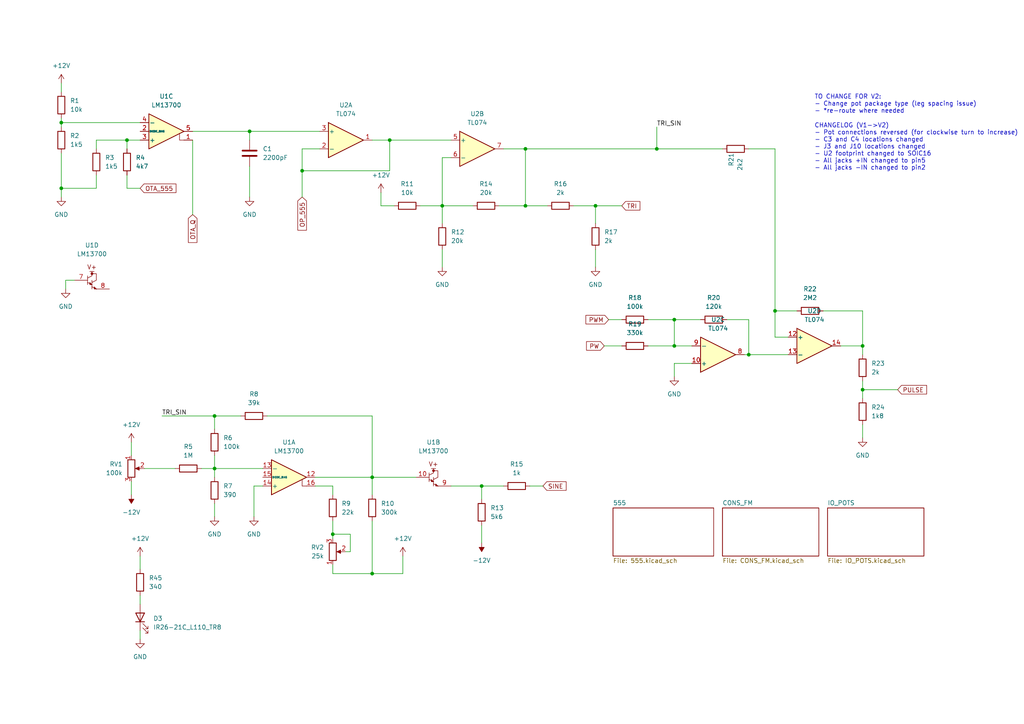
<source format=kicad_sch>
(kicad_sch (version 20211123) (generator eeschema)

  (uuid 192792d7-48f2-4999-b2ec-659ea38cfd79)

  (paper "A4")

  (lib_symbols
    (symbol "Amplifier_Operational:LM13700" (pin_names (offset 0.127)) (in_bom yes) (on_board yes)
      (property "Reference" "U" (id 0) (at 3.81 5.08 0)
        (effects (font (size 1.27 1.27)))
      )
      (property "Value" "LM13700" (id 1) (at 5.08 -5.08 0)
        (effects (font (size 1.27 1.27)))
      )
      (property "Footprint" "" (id 2) (at -7.62 0.635 0)
        (effects (font (size 1.27 1.27)) hide)
      )
      (property "Datasheet" "http://www.ti.com/lit/ds/symlink/lm13700.pdf" (id 3) (at -7.62 0.635 0)
        (effects (font (size 1.27 1.27)) hide)
      )
      (property "ki_locked" "" (id 4) (at 0 0 0)
        (effects (font (size 1.27 1.27)))
      )
      (property "ki_keywords" "operational transconductance amplifier OTA" (id 5) (at 0 0 0)
        (effects (font (size 1.27 1.27)) hide)
      )
      (property "ki_description" "Dual Operational Transconductance Amplifiers with Linearizing Diodes and Buffers, DIP-16/SOIC-16" (id 6) (at 0 0 0)
        (effects (font (size 1.27 1.27)) hide)
      )
      (property "ki_fp_filters" "SOIC*3.9x9.9mm*P1.27mm* DIP*W7.62mm*" (id 7) (at 0 0 0)
        (effects (font (size 1.27 1.27)) hide)
      )
      (symbol "LM13700_1_1"
        (polyline
          (pts
            (xy 3.81 -0.635)
            (xy 3.81 -2.54)
            (xy 5.08 -2.54)
          )
          (stroke (width 0) (type default) (color 0 0 0 0))
          (fill (type none))
        )
        (polyline
          (pts
            (xy 5.08 0)
            (xy -5.08 -5.08)
            (xy -5.08 5.08)
            (xy 5.08 0)
          )
          (stroke (width 0.254) (type default) (color 0 0 0 0))
          (fill (type background))
        )
        (pin output line (at 7.62 0 180) (length 2.54)
          (name "~" (effects (font (size 1.27 1.27))))
          (number "12" (effects (font (size 1.27 1.27))))
        )
        (pin input line (at -7.62 2.54 0) (length 2.54)
          (name "-" (effects (font (size 1.27 1.27))))
          (number "13" (effects (font (size 1.27 1.27))))
        )
        (pin input line (at -7.62 -2.54 0) (length 2.54)
          (name "+" (effects (font (size 1.27 1.27))))
          (number "14" (effects (font (size 1.27 1.27))))
        )
        (pin input line (at -7.62 0 0) (length 2.54)
          (name "DIODE_BIAS" (effects (font (size 0.508 0.508))))
          (number "15" (effects (font (size 1.27 1.27))))
        )
        (pin input line (at 7.62 -2.54 180) (length 2.54)
          (name "~" (effects (font (size 1.27 1.27))))
          (number "16" (effects (font (size 1.27 1.27))))
        )
      )
      (symbol "LM13700_2_0"
        (polyline
          (pts
            (xy -1.905 2.54)
            (xy -3.175 2.54)
          )
          (stroke (width 0) (type default) (color 0 0 0 0))
          (fill (type none))
        )
      )
      (symbol "LM13700_2_1"
        (circle (center -2.54 1.905) (radius 0.254)
          (stroke (width 0.254) (type default) (color 0 0 0 0))
          (fill (type outline))
        )
        (polyline
          (pts
            (xy -3.81 -0.635)
            (xy -2.54 -1.27)
          )
          (stroke (width 0) (type default) (color 0 0 0 0))
          (fill (type none))
        )
        (polyline
          (pts
            (xy -3.81 1.27)
            (xy -3.81 -1.27)
          )
          (stroke (width 0) (type default) (color 0 0 0 0))
          (fill (type none))
        )
        (polyline
          (pts
            (xy -2.54 -1.905)
            (xy -1.27 -2.54)
          )
          (stroke (width 0) (type default) (color 0 0 0 0))
          (fill (type none))
        )
        (polyline
          (pts
            (xy -2.54 0)
            (xy -2.54 -2.54)
          )
          (stroke (width 0) (type default) (color 0 0 0 0))
          (fill (type none))
        )
        (polyline
          (pts
            (xy -3.81 0.635)
            (xy -2.54 1.27)
            (xy -2.54 1.905)
            (xy -2.54 2.54)
          )
          (stroke (width 0) (type default) (color 0 0 0 0))
          (fill (type none))
        )
        (polyline
          (pts
            (xy -2.54 -1.27)
            (xy -3.175 -0.635)
            (xy -3.175 -1.27)
            (xy -2.54 -1.27)
          )
          (stroke (width 0) (type default) (color 0 0 0 0))
          (fill (type outline))
        )
        (polyline
          (pts
            (xy -2.54 -0.635)
            (xy -1.27 0)
            (xy -1.27 1.905)
            (xy -2.54 1.905)
          )
          (stroke (width 0) (type default) (color 0 0 0 0))
          (fill (type none))
        )
        (polyline
          (pts
            (xy -1.27 -2.54)
            (xy -1.905 -1.905)
            (xy -1.905 -2.54)
            (xy -1.27 -2.54)
          )
          (stroke (width 0) (type default) (color 0 0 0 0))
          (fill (type outline))
        )
        (text "V+" (at -2.54 3.81 0)
          (effects (font (size 1.27 1.27)))
        )
        (pin input line (at -7.62 0 0) (length 3.81)
          (name "~" (effects (font (size 1.27 1.27))))
          (number "10" (effects (font (size 1.27 1.27))))
        )
        (pin output line (at 2.54 -2.54 180) (length 3.81)
          (name "~" (effects (font (size 1.27 1.27))))
          (number "9" (effects (font (size 1.27 1.27))))
        )
      )
      (symbol "LM13700_3_1"
        (polyline
          (pts
            (xy 3.81 -0.635)
            (xy 3.81 -2.54)
            (xy 5.08 -2.54)
          )
          (stroke (width 0) (type default) (color 0 0 0 0))
          (fill (type none))
        )
        (polyline
          (pts
            (xy 5.08 0)
            (xy -5.08 -5.08)
            (xy -5.08 5.08)
            (xy 5.08 0)
          )
          (stroke (width 0.254) (type default) (color 0 0 0 0))
          (fill (type background))
        )
        (pin input line (at 7.62 -2.54 180) (length 2.54)
          (name "~" (effects (font (size 1.27 1.27))))
          (number "1" (effects (font (size 1.27 1.27))))
        )
        (pin input line (at -7.62 0 0) (length 2.54)
          (name "DIODE_BIAS" (effects (font (size 0.508 0.508))))
          (number "2" (effects (font (size 1.27 1.27))))
        )
        (pin input line (at -7.62 -2.54 0) (length 2.54)
          (name "+" (effects (font (size 1.27 1.27))))
          (number "3" (effects (font (size 1.27 1.27))))
        )
        (pin input line (at -7.62 2.54 0) (length 2.54)
          (name "-" (effects (font (size 1.27 1.27))))
          (number "4" (effects (font (size 1.27 1.27))))
        )
        (pin output line (at 7.62 0 180) (length 2.54)
          (name "~" (effects (font (size 1.27 1.27))))
          (number "5" (effects (font (size 1.27 1.27))))
        )
      )
      (symbol "LM13700_4_0"
        (polyline
          (pts
            (xy -3.175 2.54)
            (xy -1.905 2.54)
          )
          (stroke (width 0) (type default) (color 0 0 0 0))
          (fill (type none))
        )
        (text "V+" (at -2.54 3.81 0)
          (effects (font (size 1.27 1.27)))
        )
      )
      (symbol "LM13700_4_1"
        (circle (center -2.54 1.905) (radius 0.254)
          (stroke (width 0.254) (type default) (color 0 0 0 0))
          (fill (type outline))
        )
        (polyline
          (pts
            (xy -3.81 -0.635)
            (xy -2.54 -1.27)
          )
          (stroke (width 0) (type default) (color 0 0 0 0))
          (fill (type none))
        )
        (polyline
          (pts
            (xy -3.81 1.27)
            (xy -3.81 -1.27)
          )
          (stroke (width 0) (type default) (color 0 0 0 0))
          (fill (type none))
        )
        (polyline
          (pts
            (xy -2.54 -1.905)
            (xy -1.27 -2.54)
          )
          (stroke (width 0) (type default) (color 0 0 0 0))
          (fill (type none))
        )
        (polyline
          (pts
            (xy -2.54 0)
            (xy -2.54 -2.54)
          )
          (stroke (width 0) (type default) (color 0 0 0 0))
          (fill (type none))
        )
        (polyline
          (pts
            (xy -3.81 0.635)
            (xy -2.54 1.27)
            (xy -2.54 2.54)
          )
          (stroke (width 0) (type default) (color 0 0 0 0))
          (fill (type none))
        )
        (polyline
          (pts
            (xy -2.54 -1.27)
            (xy -3.175 -0.635)
            (xy -3.175 -1.27)
            (xy -2.54 -1.27)
          )
          (stroke (width 0) (type default) (color 0 0 0 0))
          (fill (type outline))
        )
        (polyline
          (pts
            (xy -2.54 -0.635)
            (xy -1.27 0)
            (xy -1.27 1.905)
            (xy -2.54 1.905)
          )
          (stroke (width 0) (type default) (color 0 0 0 0))
          (fill (type none))
        )
        (polyline
          (pts
            (xy -1.27 -2.54)
            (xy -1.905 -1.905)
            (xy -1.905 -2.54)
            (xy -1.27 -2.54)
          )
          (stroke (width 0) (type default) (color 0 0 0 0))
          (fill (type outline))
        )
        (pin input line (at -7.62 0 0) (length 3.81)
          (name "~" (effects (font (size 1.27 1.27))))
          (number "7" (effects (font (size 1.27 1.27))))
        )
        (pin output line (at 2.54 -2.54 180) (length 3.81)
          (name "~" (effects (font (size 1.27 1.27))))
          (number "8" (effects (font (size 1.27 1.27))))
        )
      )
      (symbol "LM13700_5_1"
        (pin power_in line (at -2.54 7.62 270) (length 3.81)
          (name "V+" (effects (font (size 1.27 1.27))))
          (number "11" (effects (font (size 1.27 1.27))))
        )
        (pin power_in line (at -2.54 -7.62 90) (length 3.81)
          (name "V-" (effects (font (size 1.27 1.27))))
          (number "6" (effects (font (size 1.27 1.27))))
        )
      )
    )
    (symbol "Amplifier_Operational:TL074" (pin_names (offset 0.127)) (in_bom yes) (on_board yes)
      (property "Reference" "U" (id 0) (at 0 5.08 0)
        (effects (font (size 1.27 1.27)) (justify left))
      )
      (property "Value" "TL074" (id 1) (at 0 -5.08 0)
        (effects (font (size 1.27 1.27)) (justify left))
      )
      (property "Footprint" "" (id 2) (at -1.27 2.54 0)
        (effects (font (size 1.27 1.27)) hide)
      )
      (property "Datasheet" "http://www.ti.com/lit/ds/symlink/tl071.pdf" (id 3) (at 1.27 5.08 0)
        (effects (font (size 1.27 1.27)) hide)
      )
      (property "ki_locked" "" (id 4) (at 0 0 0)
        (effects (font (size 1.27 1.27)))
      )
      (property "ki_keywords" "quad opamp" (id 5) (at 0 0 0)
        (effects (font (size 1.27 1.27)) hide)
      )
      (property "ki_description" "Quad Low-Noise JFET-Input Operational Amplifiers, DIP-14/SOIC-14" (id 6) (at 0 0 0)
        (effects (font (size 1.27 1.27)) hide)
      )
      (property "ki_fp_filters" "SOIC*3.9x8.7mm*P1.27mm* DIP*W7.62mm* TSSOP*4.4x5mm*P0.65mm* SSOP*5.3x6.2mm*P0.65mm* MSOP*3x3mm*P0.5mm*" (id 7) (at 0 0 0)
        (effects (font (size 1.27 1.27)) hide)
      )
      (symbol "TL074_1_1"
        (polyline
          (pts
            (xy -5.08 5.08)
            (xy 5.08 0)
            (xy -5.08 -5.08)
            (xy -5.08 5.08)
          )
          (stroke (width 0.254) (type default) (color 0 0 0 0))
          (fill (type background))
        )
        (pin output line (at 7.62 0 180) (length 2.54)
          (name "~" (effects (font (size 1.27 1.27))))
          (number "1" (effects (font (size 1.27 1.27))))
        )
        (pin input line (at -7.62 -2.54 0) (length 2.54)
          (name "-" (effects (font (size 1.27 1.27))))
          (number "2" (effects (font (size 1.27 1.27))))
        )
        (pin input line (at -7.62 2.54 0) (length 2.54)
          (name "+" (effects (font (size 1.27 1.27))))
          (number "3" (effects (font (size 1.27 1.27))))
        )
      )
      (symbol "TL074_2_1"
        (polyline
          (pts
            (xy -5.08 5.08)
            (xy 5.08 0)
            (xy -5.08 -5.08)
            (xy -5.08 5.08)
          )
          (stroke (width 0.254) (type default) (color 0 0 0 0))
          (fill (type background))
        )
        (pin input line (at -7.62 2.54 0) (length 2.54)
          (name "+" (effects (font (size 1.27 1.27))))
          (number "5" (effects (font (size 1.27 1.27))))
        )
        (pin input line (at -7.62 -2.54 0) (length 2.54)
          (name "-" (effects (font (size 1.27 1.27))))
          (number "6" (effects (font (size 1.27 1.27))))
        )
        (pin output line (at 7.62 0 180) (length 2.54)
          (name "~" (effects (font (size 1.27 1.27))))
          (number "7" (effects (font (size 1.27 1.27))))
        )
      )
      (symbol "TL074_3_1"
        (polyline
          (pts
            (xy -5.08 5.08)
            (xy 5.08 0)
            (xy -5.08 -5.08)
            (xy -5.08 5.08)
          )
          (stroke (width 0.254) (type default) (color 0 0 0 0))
          (fill (type background))
        )
        (pin input line (at -7.62 2.54 0) (length 2.54)
          (name "+" (effects (font (size 1.27 1.27))))
          (number "10" (effects (font (size 1.27 1.27))))
        )
        (pin output line (at 7.62 0 180) (length 2.54)
          (name "~" (effects (font (size 1.27 1.27))))
          (number "8" (effects (font (size 1.27 1.27))))
        )
        (pin input line (at -7.62 -2.54 0) (length 2.54)
          (name "-" (effects (font (size 1.27 1.27))))
          (number "9" (effects (font (size 1.27 1.27))))
        )
      )
      (symbol "TL074_4_1"
        (polyline
          (pts
            (xy -5.08 5.08)
            (xy 5.08 0)
            (xy -5.08 -5.08)
            (xy -5.08 5.08)
          )
          (stroke (width 0.254) (type default) (color 0 0 0 0))
          (fill (type background))
        )
        (pin input line (at -7.62 2.54 0) (length 2.54)
          (name "+" (effects (font (size 1.27 1.27))))
          (number "12" (effects (font (size 1.27 1.27))))
        )
        (pin input line (at -7.62 -2.54 0) (length 2.54)
          (name "-" (effects (font (size 1.27 1.27))))
          (number "13" (effects (font (size 1.27 1.27))))
        )
        (pin output line (at 7.62 0 180) (length 2.54)
          (name "~" (effects (font (size 1.27 1.27))))
          (number "14" (effects (font (size 1.27 1.27))))
        )
      )
      (symbol "TL074_5_1"
        (pin power_in line (at -2.54 -7.62 90) (length 3.81)
          (name "V-" (effects (font (size 1.27 1.27))))
          (number "11" (effects (font (size 1.27 1.27))))
        )
        (pin power_in line (at -2.54 7.62 270) (length 3.81)
          (name "V+" (effects (font (size 1.27 1.27))))
          (number "4" (effects (font (size 1.27 1.27))))
        )
      )
    )
    (symbol "Device:C" (pin_numbers hide) (pin_names (offset 0.254)) (in_bom yes) (on_board yes)
      (property "Reference" "C" (id 0) (at 0.635 2.54 0)
        (effects (font (size 1.27 1.27)) (justify left))
      )
      (property "Value" "C" (id 1) (at 0.635 -2.54 0)
        (effects (font (size 1.27 1.27)) (justify left))
      )
      (property "Footprint" "" (id 2) (at 0.9652 -3.81 0)
        (effects (font (size 1.27 1.27)) hide)
      )
      (property "Datasheet" "~" (id 3) (at 0 0 0)
        (effects (font (size 1.27 1.27)) hide)
      )
      (property "ki_keywords" "cap capacitor" (id 4) (at 0 0 0)
        (effects (font (size 1.27 1.27)) hide)
      )
      (property "ki_description" "Unpolarized capacitor" (id 5) (at 0 0 0)
        (effects (font (size 1.27 1.27)) hide)
      )
      (property "ki_fp_filters" "C_*" (id 6) (at 0 0 0)
        (effects (font (size 1.27 1.27)) hide)
      )
      (symbol "C_0_1"
        (polyline
          (pts
            (xy -2.032 -0.762)
            (xy 2.032 -0.762)
          )
          (stroke (width 0.508) (type default) (color 0 0 0 0))
          (fill (type none))
        )
        (polyline
          (pts
            (xy -2.032 0.762)
            (xy 2.032 0.762)
          )
          (stroke (width 0.508) (type default) (color 0 0 0 0))
          (fill (type none))
        )
      )
      (symbol "C_1_1"
        (pin passive line (at 0 3.81 270) (length 2.794)
          (name "~" (effects (font (size 1.27 1.27))))
          (number "1" (effects (font (size 1.27 1.27))))
        )
        (pin passive line (at 0 -3.81 90) (length 2.794)
          (name "~" (effects (font (size 1.27 1.27))))
          (number "2" (effects (font (size 1.27 1.27))))
        )
      )
    )
    (symbol "Device:R" (pin_numbers hide) (pin_names (offset 0)) (in_bom yes) (on_board yes)
      (property "Reference" "R" (id 0) (at 2.032 0 90)
        (effects (font (size 1.27 1.27)))
      )
      (property "Value" "R" (id 1) (at 0 0 90)
        (effects (font (size 1.27 1.27)))
      )
      (property "Footprint" "" (id 2) (at -1.778 0 90)
        (effects (font (size 1.27 1.27)) hide)
      )
      (property "Datasheet" "~" (id 3) (at 0 0 0)
        (effects (font (size 1.27 1.27)) hide)
      )
      (property "ki_keywords" "R res resistor" (id 4) (at 0 0 0)
        (effects (font (size 1.27 1.27)) hide)
      )
      (property "ki_description" "Resistor" (id 5) (at 0 0 0)
        (effects (font (size 1.27 1.27)) hide)
      )
      (property "ki_fp_filters" "R_*" (id 6) (at 0 0 0)
        (effects (font (size 1.27 1.27)) hide)
      )
      (symbol "R_0_1"
        (rectangle (start -1.016 -2.54) (end 1.016 2.54)
          (stroke (width 0.254) (type default) (color 0 0 0 0))
          (fill (type none))
        )
      )
      (symbol "R_1_1"
        (pin passive line (at 0 3.81 270) (length 1.27)
          (name "~" (effects (font (size 1.27 1.27))))
          (number "1" (effects (font (size 1.27 1.27))))
        )
        (pin passive line (at 0 -3.81 90) (length 1.27)
          (name "~" (effects (font (size 1.27 1.27))))
          (number "2" (effects (font (size 1.27 1.27))))
        )
      )
    )
    (symbol "Device:R_Potentiometer" (pin_names (offset 1.016) hide) (in_bom yes) (on_board yes)
      (property "Reference" "RV" (id 0) (at -4.445 0 90)
        (effects (font (size 1.27 1.27)))
      )
      (property "Value" "R_Potentiometer" (id 1) (at -2.54 0 90)
        (effects (font (size 1.27 1.27)))
      )
      (property "Footprint" "" (id 2) (at 0 0 0)
        (effects (font (size 1.27 1.27)) hide)
      )
      (property "Datasheet" "~" (id 3) (at 0 0 0)
        (effects (font (size 1.27 1.27)) hide)
      )
      (property "ki_keywords" "resistor variable" (id 4) (at 0 0 0)
        (effects (font (size 1.27 1.27)) hide)
      )
      (property "ki_description" "Potentiometer" (id 5) (at 0 0 0)
        (effects (font (size 1.27 1.27)) hide)
      )
      (property "ki_fp_filters" "Potentiometer*" (id 6) (at 0 0 0)
        (effects (font (size 1.27 1.27)) hide)
      )
      (symbol "R_Potentiometer_0_1"
        (polyline
          (pts
            (xy 2.54 0)
            (xy 1.524 0)
          )
          (stroke (width 0) (type default) (color 0 0 0 0))
          (fill (type none))
        )
        (polyline
          (pts
            (xy 1.143 0)
            (xy 2.286 0.508)
            (xy 2.286 -0.508)
            (xy 1.143 0)
          )
          (stroke (width 0) (type default) (color 0 0 0 0))
          (fill (type outline))
        )
        (rectangle (start 1.016 2.54) (end -1.016 -2.54)
          (stroke (width 0.254) (type default) (color 0 0 0 0))
          (fill (type none))
        )
      )
      (symbol "R_Potentiometer_1_1"
        (pin passive line (at 0 3.81 270) (length 1.27)
          (name "1" (effects (font (size 1.27 1.27))))
          (number "1" (effects (font (size 1.27 1.27))))
        )
        (pin passive line (at 3.81 0 180) (length 1.27)
          (name "2" (effects (font (size 1.27 1.27))))
          (number "2" (effects (font (size 1.27 1.27))))
        )
        (pin passive line (at 0 -3.81 90) (length 1.27)
          (name "3" (effects (font (size 1.27 1.27))))
          (number "3" (effects (font (size 1.27 1.27))))
        )
      )
    )
    (symbol "LED:IR26-21C_L110_TR8" (pin_numbers hide) (pin_names (offset 1.016) hide) (in_bom yes) (on_board yes)
      (property "Reference" "D" (id 0) (at 0 2.54 0)
        (effects (font (size 1.27 1.27)))
      )
      (property "Value" "IR26-21C_L110_TR8" (id 1) (at 0 -3.81 0)
        (effects (font (size 1.27 1.27)))
      )
      (property "Footprint" "LED_SMD:LED_1206_3216Metric" (id 2) (at 0 5.08 0)
        (effects (font (size 1.27 1.27)) hide)
      )
      (property "Datasheet" "http://www.everlight.com/file/ProductFile/IR26-21C-L110-TR8.pdf" (id 3) (at 0 0 0)
        (effects (font (size 1.27 1.27)) hide)
      )
      (property "ki_keywords" "IR LED" (id 4) (at 0 0 0)
        (effects (font (size 1.27 1.27)) hide)
      )
      (property "ki_description" "940nm, 20 deg, Infrared LED, 1206" (id 5) (at 0 0 0)
        (effects (font (size 1.27 1.27)) hide)
      )
      (property "ki_fp_filters" "LED*1206*3216Metric*" (id 6) (at 0 0 0)
        (effects (font (size 1.27 1.27)) hide)
      )
      (symbol "IR26-21C_L110_TR8_0_1"
        (polyline
          (pts
            (xy -1.27 -1.27)
            (xy -1.27 1.27)
          )
          (stroke (width 0.254) (type default) (color 0 0 0 0))
          (fill (type none))
        )
        (polyline
          (pts
            (xy -1.27 0)
            (xy 1.27 0)
          )
          (stroke (width 0) (type default) (color 0 0 0 0))
          (fill (type none))
        )
        (polyline
          (pts
            (xy 1.27 -1.27)
            (xy 1.27 1.27)
            (xy -1.27 0)
            (xy 1.27 -1.27)
          )
          (stroke (width 0.254) (type default) (color 0 0 0 0))
          (fill (type none))
        )
        (polyline
          (pts
            (xy -3.048 -0.762)
            (xy -4.572 -2.286)
            (xy -3.81 -2.286)
            (xy -4.572 -2.286)
            (xy -4.572 -1.524)
          )
          (stroke (width 0) (type default) (color 0 0 0 0))
          (fill (type none))
        )
        (polyline
          (pts
            (xy -1.778 -0.762)
            (xy -3.302 -2.286)
            (xy -2.54 -2.286)
            (xy -3.302 -2.286)
            (xy -3.302 -1.524)
          )
          (stroke (width 0) (type default) (color 0 0 0 0))
          (fill (type none))
        )
      )
      (symbol "IR26-21C_L110_TR8_1_1"
        (pin passive line (at -3.81 0 0) (length 2.54)
          (name "K" (effects (font (size 1.27 1.27))))
          (number "1" (effects (font (size 1.27 1.27))))
        )
        (pin passive line (at 3.81 0 180) (length 2.54)
          (name "A" (effects (font (size 1.27 1.27))))
          (number "2" (effects (font (size 1.27 1.27))))
        )
      )
    )
    (symbol "power:+12V" (power) (pin_names (offset 0)) (in_bom yes) (on_board yes)
      (property "Reference" "#PWR" (id 0) (at 0 -3.81 0)
        (effects (font (size 1.27 1.27)) hide)
      )
      (property "Value" "+12V" (id 1) (at 0 3.556 0)
        (effects (font (size 1.27 1.27)))
      )
      (property "Footprint" "" (id 2) (at 0 0 0)
        (effects (font (size 1.27 1.27)) hide)
      )
      (property "Datasheet" "" (id 3) (at 0 0 0)
        (effects (font (size 1.27 1.27)) hide)
      )
      (property "ki_keywords" "power-flag" (id 4) (at 0 0 0)
        (effects (font (size 1.27 1.27)) hide)
      )
      (property "ki_description" "Power symbol creates a global label with name \"+12V\"" (id 5) (at 0 0 0)
        (effects (font (size 1.27 1.27)) hide)
      )
      (symbol "+12V_0_1"
        (polyline
          (pts
            (xy -0.762 1.27)
            (xy 0 2.54)
          )
          (stroke (width 0) (type default) (color 0 0 0 0))
          (fill (type none))
        )
        (polyline
          (pts
            (xy 0 0)
            (xy 0 2.54)
          )
          (stroke (width 0) (type default) (color 0 0 0 0))
          (fill (type none))
        )
        (polyline
          (pts
            (xy 0 2.54)
            (xy 0.762 1.27)
          )
          (stroke (width 0) (type default) (color 0 0 0 0))
          (fill (type none))
        )
      )
      (symbol "+12V_1_1"
        (pin power_in line (at 0 0 90) (length 0) hide
          (name "+12V" (effects (font (size 1.27 1.27))))
          (number "1" (effects (font (size 1.27 1.27))))
        )
      )
    )
    (symbol "power:-12V" (power) (pin_names (offset 0)) (in_bom yes) (on_board yes)
      (property "Reference" "#PWR" (id 0) (at 0 2.54 0)
        (effects (font (size 1.27 1.27)) hide)
      )
      (property "Value" "-12V" (id 1) (at 0 3.81 0)
        (effects (font (size 1.27 1.27)))
      )
      (property "Footprint" "" (id 2) (at 0 0 0)
        (effects (font (size 1.27 1.27)) hide)
      )
      (property "Datasheet" "" (id 3) (at 0 0 0)
        (effects (font (size 1.27 1.27)) hide)
      )
      (property "ki_keywords" "power-flag" (id 4) (at 0 0 0)
        (effects (font (size 1.27 1.27)) hide)
      )
      (property "ki_description" "Power symbol creates a global label with name \"-12V\"" (id 5) (at 0 0 0)
        (effects (font (size 1.27 1.27)) hide)
      )
      (symbol "-12V_0_0"
        (pin power_in line (at 0 0 90) (length 0) hide
          (name "-12V" (effects (font (size 1.27 1.27))))
          (number "1" (effects (font (size 1.27 1.27))))
        )
      )
      (symbol "-12V_0_1"
        (polyline
          (pts
            (xy 0 0)
            (xy 0 1.27)
            (xy 0.762 1.27)
            (xy 0 2.54)
            (xy -0.762 1.27)
            (xy 0 1.27)
          )
          (stroke (width 0) (type default) (color 0 0 0 0))
          (fill (type outline))
        )
      )
    )
    (symbol "power:GND" (power) (pin_names (offset 0)) (in_bom yes) (on_board yes)
      (property "Reference" "#PWR" (id 0) (at 0 -6.35 0)
        (effects (font (size 1.27 1.27)) hide)
      )
      (property "Value" "GND" (id 1) (at 0 -3.81 0)
        (effects (font (size 1.27 1.27)))
      )
      (property "Footprint" "" (id 2) (at 0 0 0)
        (effects (font (size 1.27 1.27)) hide)
      )
      (property "Datasheet" "" (id 3) (at 0 0 0)
        (effects (font (size 1.27 1.27)) hide)
      )
      (property "ki_keywords" "power-flag" (id 4) (at 0 0 0)
        (effects (font (size 1.27 1.27)) hide)
      )
      (property "ki_description" "Power symbol creates a global label with name \"GND\" , ground" (id 5) (at 0 0 0)
        (effects (font (size 1.27 1.27)) hide)
      )
      (symbol "GND_0_1"
        (polyline
          (pts
            (xy 0 0)
            (xy 0 -1.27)
            (xy 1.27 -1.27)
            (xy 0 -2.54)
            (xy -1.27 -1.27)
            (xy 0 -1.27)
          )
          (stroke (width 0) (type default) (color 0 0 0 0))
          (fill (type none))
        )
      )
      (symbol "GND_1_1"
        (pin power_in line (at 0 0 270) (length 0) hide
          (name "GND" (effects (font (size 1.27 1.27))))
          (number "1" (effects (font (size 1.27 1.27))))
        )
      )
    )
  )

  (junction (at 107.95 138.43) (diameter 0) (color 0 0 0 0)
    (uuid 1328bdf4-742d-42c1-b6c1-3554e0d8c073)
  )
  (junction (at 128.27 59.69) (diameter 0) (color 0 0 0 0)
    (uuid 153e1116-2a99-4895-b58a-435d223bc0d5)
  )
  (junction (at 72.39 38.1) (diameter 0) (color 0 0 0 0)
    (uuid 4373311f-6e04-4a8d-81c1-4f3fcdc46877)
  )
  (junction (at 17.78 35.56) (diameter 0) (color 0 0 0 0)
    (uuid 4fda5e21-12d2-46ee-b61b-086a314911ea)
  )
  (junction (at 195.58 100.33) (diameter 0) (color 0 0 0 0)
    (uuid 53a05fa4-cf3d-4f7d-b220-6d487f56764a)
  )
  (junction (at 96.52 154.94) (diameter 0) (color 0 0 0 0)
    (uuid 59e1a52f-aaf0-455d-860f-3449a143cad3)
  )
  (junction (at 250.19 113.03) (diameter 0) (color 0 0 0 0)
    (uuid 835b136e-fb1a-40f9-a316-cd443dfc1c20)
  )
  (junction (at 139.7 140.97) (diameter 0) (color 0 0 0 0)
    (uuid 85834835-1f5f-4399-bac7-c1d5bf40b4d7)
  )
  (junction (at 152.4 43.18) (diameter 0) (color 0 0 0 0)
    (uuid 9746826f-57bc-42af-b65b-0c7304c934a3)
  )
  (junction (at 224.79 90.17) (diameter 0) (color 0 0 0 0)
    (uuid 99bc8497-49aa-41fd-ab28-8383a950eae6)
  )
  (junction (at 195.58 92.71) (diameter 0) (color 0 0 0 0)
    (uuid 99e0bd18-b6ea-4382-bf79-42c878dd6f70)
  )
  (junction (at 36.83 40.64) (diameter 0) (color 0 0 0 0)
    (uuid a084b9f7-1321-4746-94fe-8ee74a6f65eb)
  )
  (junction (at 113.03 40.64) (diameter 0) (color 0 0 0 0)
    (uuid a391c7af-c4ac-4c68-91fc-136330022ce2)
  )
  (junction (at 62.23 135.89) (diameter 0) (color 0 0 0 0)
    (uuid a4cc3a06-eb1d-425f-97f3-965efcff6f18)
  )
  (junction (at 62.23 120.65) (diameter 0) (color 0 0 0 0)
    (uuid d41b0956-25ae-4cba-b52a-4cb79ea56db2)
  )
  (junction (at 17.78 54.61) (diameter 0) (color 0 0 0 0)
    (uuid dd5cf361-7b10-494d-bed8-b084982e2953)
  )
  (junction (at 190.5 43.18) (diameter 0) (color 0 0 0 0)
    (uuid e352c178-18d1-4c94-b4f2-ef3918c5025d)
  )
  (junction (at 172.72 59.69) (diameter 0) (color 0 0 0 0)
    (uuid e8a4641b-25a5-4c74-b867-4fcc4096d81e)
  )
  (junction (at 217.17 102.87) (diameter 0) (color 0 0 0 0)
    (uuid eaed5278-a2e0-42f6-b86f-35db99071910)
  )
  (junction (at 152.4 59.69) (diameter 0) (color 0 0 0 0)
    (uuid f1b20c1f-0843-418e-b0f4-28e7e9d82f5e)
  )
  (junction (at 87.63 49.53) (diameter 0) (color 0 0 0 0)
    (uuid f5bb49a5-ed1d-4ded-816d-73d728c8cfd6)
  )
  (junction (at 107.95 166.37) (diameter 0) (color 0 0 0 0)
    (uuid f5dc80ba-9daa-45cf-9bdf-713657ee349f)
  )
  (junction (at 250.19 100.33) (diameter 0) (color 0 0 0 0)
    (uuid fa979ad3-74a9-421f-887a-8b7770d8a673)
  )

  (wire (pts (xy 107.95 120.65) (xy 107.95 138.43))
    (stroke (width 0) (type default) (color 0 0 0 0))
    (uuid 03968f05-7088-4064-8fe3-e6774043d24e)
  )
  (wire (pts (xy 238.76 90.17) (xy 250.19 90.17))
    (stroke (width 0) (type default) (color 0 0 0 0))
    (uuid 03f68402-5313-484d-808a-9c3fbe61ca9e)
  )
  (wire (pts (xy 250.19 100.33) (xy 250.19 102.87))
    (stroke (width 0) (type default) (color 0 0 0 0))
    (uuid 05b30778-7f1e-481f-96f0-0ac968d452be)
  )
  (wire (pts (xy 100.33 160.02) (xy 101.6 160.02))
    (stroke (width 0) (type default) (color 0 0 0 0))
    (uuid 05e80f56-7edc-4e3d-81ea-29bf57e6277b)
  )
  (wire (pts (xy 87.63 43.18) (xy 87.63 49.53))
    (stroke (width 0) (type default) (color 0 0 0 0))
    (uuid 08312635-0e4a-412c-8ac8-c6b0ec0f4429)
  )
  (wire (pts (xy 40.64 182.88) (xy 40.64 185.42))
    (stroke (width 0) (type default) (color 0 0 0 0))
    (uuid 0c3d2204-71e7-484a-ac59-6c8651e81274)
  )
  (wire (pts (xy 210.82 92.71) (xy 217.17 92.71))
    (stroke (width 0) (type default) (color 0 0 0 0))
    (uuid 0fde406f-7569-483d-be8f-641f2ae9db9b)
  )
  (wire (pts (xy 72.39 48.26) (xy 72.39 57.15))
    (stroke (width 0) (type default) (color 0 0 0 0))
    (uuid 0ffbda72-c7a5-43c4-85d1-2ccc7c2a1bc4)
  )
  (wire (pts (xy 217.17 92.71) (xy 217.17 102.87))
    (stroke (width 0) (type default) (color 0 0 0 0))
    (uuid 12084230-84ce-46a8-a0bd-edaeee52c4fc)
  )
  (wire (pts (xy 128.27 45.72) (xy 130.81 45.72))
    (stroke (width 0) (type default) (color 0 0 0 0))
    (uuid 122d4247-9c0b-42fe-984a-fe047e34262a)
  )
  (wire (pts (xy 157.48 140.97) (xy 153.67 140.97))
    (stroke (width 0) (type default) (color 0 0 0 0))
    (uuid 13d82fa6-b852-4cfd-ae3e-7e16f4ac327f)
  )
  (wire (pts (xy 17.78 35.56) (xy 17.78 36.83))
    (stroke (width 0) (type default) (color 0 0 0 0))
    (uuid 15bd06c3-7bf2-4fad-bdf9-59e95eb7482f)
  )
  (wire (pts (xy 128.27 72.39) (xy 128.27 77.47))
    (stroke (width 0) (type default) (color 0 0 0 0))
    (uuid 178d4118-93bf-44f0-b4be-c9c789b07d70)
  )
  (wire (pts (xy 87.63 49.53) (xy 113.03 49.53))
    (stroke (width 0) (type default) (color 0 0 0 0))
    (uuid 194fc564-043d-4d52-af2a-475bbbb8e7c7)
  )
  (wire (pts (xy 215.9 102.87) (xy 217.17 102.87))
    (stroke (width 0) (type default) (color 0 0 0 0))
    (uuid 1aa1bd28-8662-4ccf-b4eb-db9e556cb869)
  )
  (wire (pts (xy 146.05 43.18) (xy 152.4 43.18))
    (stroke (width 0) (type default) (color 0 0 0 0))
    (uuid 2211589a-540b-4ba2-92b9-f54a776b390c)
  )
  (wire (pts (xy 73.66 140.97) (xy 76.2 140.97))
    (stroke (width 0) (type default) (color 0 0 0 0))
    (uuid 23aa7826-e894-4849-9bb9-79dc6cfa11e3)
  )
  (wire (pts (xy 36.83 40.64) (xy 36.83 43.18))
    (stroke (width 0) (type default) (color 0 0 0 0))
    (uuid 23aba653-2280-4358-8d4a-3b8d38d9af22)
  )
  (wire (pts (xy 96.52 154.94) (xy 96.52 156.21))
    (stroke (width 0) (type default) (color 0 0 0 0))
    (uuid 23e13aee-5a22-46d8-8484-c9337351581a)
  )
  (wire (pts (xy 250.19 110.49) (xy 250.19 113.03))
    (stroke (width 0) (type default) (color 0 0 0 0))
    (uuid 26ae6cd2-c50c-4ebf-968f-7cffc4e94078)
  )
  (wire (pts (xy 27.94 54.61) (xy 17.78 54.61))
    (stroke (width 0) (type default) (color 0 0 0 0))
    (uuid 2a4ccb7b-d8ee-4159-8d8c-8a110b4ca7a6)
  )
  (wire (pts (xy 128.27 64.77) (xy 128.27 59.69))
    (stroke (width 0) (type default) (color 0 0 0 0))
    (uuid 2aa42438-1ff5-456a-82e9-bef2b9ec0613)
  )
  (wire (pts (xy 62.23 146.05) (xy 62.23 149.86))
    (stroke (width 0) (type default) (color 0 0 0 0))
    (uuid 2e0662af-d337-499c-991e-f3e653a0b89a)
  )
  (wire (pts (xy 27.94 40.64) (xy 36.83 40.64))
    (stroke (width 0) (type default) (color 0 0 0 0))
    (uuid 2eae20a3-25e9-444f-8f42-210cbbc3c923)
  )
  (wire (pts (xy 62.23 135.89) (xy 76.2 135.89))
    (stroke (width 0) (type default) (color 0 0 0 0))
    (uuid 2f84308c-b9a5-443d-a3e3-21867245d5eb)
  )
  (wire (pts (xy 36.83 54.61) (xy 40.64 54.61))
    (stroke (width 0) (type default) (color 0 0 0 0))
    (uuid 30e21e95-84db-447c-a26d-5048ff6a6111)
  )
  (wire (pts (xy 195.58 100.33) (xy 195.58 92.71))
    (stroke (width 0) (type default) (color 0 0 0 0))
    (uuid 32734b50-2272-4f50-b2ec-d2310c021c14)
  )
  (wire (pts (xy 152.4 43.18) (xy 152.4 59.69))
    (stroke (width 0) (type default) (color 0 0 0 0))
    (uuid 328b0d79-ba5d-4809-ac84-827df06b0054)
  )
  (wire (pts (xy 96.52 166.37) (xy 107.95 166.37))
    (stroke (width 0) (type default) (color 0 0 0 0))
    (uuid 35b62c2e-b09c-48ed-b4be-f3d02f722b2e)
  )
  (wire (pts (xy 224.79 43.18) (xy 224.79 90.17))
    (stroke (width 0) (type default) (color 0 0 0 0))
    (uuid 35e4350c-7d76-48f2-b6e4-75425c9dbb81)
  )
  (wire (pts (xy 144.78 59.69) (xy 152.4 59.69))
    (stroke (width 0) (type default) (color 0 0 0 0))
    (uuid 382ee080-a7b9-4f0d-8db0-d9a2980838b0)
  )
  (wire (pts (xy 113.03 40.64) (xy 130.81 40.64))
    (stroke (width 0) (type default) (color 0 0 0 0))
    (uuid 3947f62a-c42c-48b5-aec8-05596fe90fa3)
  )
  (wire (pts (xy 224.79 97.79) (xy 228.6 97.79))
    (stroke (width 0) (type default) (color 0 0 0 0))
    (uuid 3a6eb7ca-8174-443d-8e16-a02b56e2ad5f)
  )
  (wire (pts (xy 195.58 109.22) (xy 195.58 105.41))
    (stroke (width 0) (type default) (color 0 0 0 0))
    (uuid 3e483c3e-0aa2-4c24-9572-0d75f11ef89b)
  )
  (wire (pts (xy 139.7 140.97) (xy 146.05 140.97))
    (stroke (width 0) (type default) (color 0 0 0 0))
    (uuid 3e8e85b1-f7ee-4a71-a39d-f1944e294d65)
  )
  (wire (pts (xy 243.84 100.33) (xy 250.19 100.33))
    (stroke (width 0) (type default) (color 0 0 0 0))
    (uuid 3f29c831-5909-4ede-a059-3a3ba7cde3ad)
  )
  (wire (pts (xy 27.94 43.18) (xy 27.94 40.64))
    (stroke (width 0) (type default) (color 0 0 0 0))
    (uuid 4038f9fe-3ba3-45cb-9677-340cbe0d8a58)
  )
  (wire (pts (xy 224.79 90.17) (xy 231.14 90.17))
    (stroke (width 0) (type default) (color 0 0 0 0))
    (uuid 4579da69-2af6-440d-9a4c-91b06034450a)
  )
  (wire (pts (xy 87.63 49.53) (xy 87.63 57.15))
    (stroke (width 0) (type default) (color 0 0 0 0))
    (uuid 474f00aa-9a66-45c8-aee2-a66002072c0e)
  )
  (wire (pts (xy 40.64 172.72) (xy 40.64 175.26))
    (stroke (width 0) (type default) (color 0 0 0 0))
    (uuid 49a9ef13-352f-4095-bd21-24c83662538a)
  )
  (wire (pts (xy 92.71 43.18) (xy 87.63 43.18))
    (stroke (width 0) (type default) (color 0 0 0 0))
    (uuid 4afd28a4-5229-4521-b6a9-20fc7172b9d7)
  )
  (wire (pts (xy 172.72 59.69) (xy 172.72 64.77))
    (stroke (width 0) (type default) (color 0 0 0 0))
    (uuid 4dc3069e-b8c8-4777-bf95-a9de14c8ca07)
  )
  (wire (pts (xy 72.39 40.64) (xy 72.39 38.1))
    (stroke (width 0) (type default) (color 0 0 0 0))
    (uuid 4fdf631f-ef42-428c-a0e8-de62edd75d1b)
  )
  (wire (pts (xy 107.95 138.43) (xy 120.65 138.43))
    (stroke (width 0) (type default) (color 0 0 0 0))
    (uuid 51fc5536-2a8f-4f09-9394-57bfd7ba96e4)
  )
  (wire (pts (xy 113.03 40.64) (xy 107.95 40.64))
    (stroke (width 0) (type default) (color 0 0 0 0))
    (uuid 577004ac-f97d-4a70-91f3-3e03ac289324)
  )
  (wire (pts (xy 130.81 140.97) (xy 139.7 140.97))
    (stroke (width 0) (type default) (color 0 0 0 0))
    (uuid 581c832d-7472-4826-8ccd-de78ae2238cd)
  )
  (wire (pts (xy 17.78 44.45) (xy 17.78 54.61))
    (stroke (width 0) (type default) (color 0 0 0 0))
    (uuid 5a4380fe-3709-42c6-937c-5172f442ed23)
  )
  (wire (pts (xy 17.78 54.61) (xy 17.78 57.15))
    (stroke (width 0) (type default) (color 0 0 0 0))
    (uuid 5a72f575-da6b-4fd9-9732-d615f2db979f)
  )
  (wire (pts (xy 36.83 40.64) (xy 40.64 40.64))
    (stroke (width 0) (type default) (color 0 0 0 0))
    (uuid 5adf1732-ae1c-4da4-b2d6-9013542d4242)
  )
  (wire (pts (xy 72.39 38.1) (xy 92.71 38.1))
    (stroke (width 0) (type default) (color 0 0 0 0))
    (uuid 5b1002f5-47db-4648-8ccb-c7d52173870a)
  )
  (wire (pts (xy 110.49 59.69) (xy 114.3 59.69))
    (stroke (width 0) (type default) (color 0 0 0 0))
    (uuid 5b8cede4-808a-4df1-919b-35c5b0689aec)
  )
  (wire (pts (xy 58.42 135.89) (xy 62.23 135.89))
    (stroke (width 0) (type default) (color 0 0 0 0))
    (uuid 5d982cd0-ce07-4eea-9bba-ede52803f64e)
  )
  (wire (pts (xy 190.5 36.83) (xy 190.5 43.18))
    (stroke (width 0) (type default) (color 0 0 0 0))
    (uuid 65e67107-63d8-48f3-9d94-6f7b45906fe8)
  )
  (wire (pts (xy 128.27 59.69) (xy 137.16 59.69))
    (stroke (width 0) (type default) (color 0 0 0 0))
    (uuid 6db3793a-d3aa-474f-82e5-5cebf748f0fe)
  )
  (wire (pts (xy 91.44 138.43) (xy 107.95 138.43))
    (stroke (width 0) (type default) (color 0 0 0 0))
    (uuid 7635dc00-a05c-4195-9a62-d6109cad5978)
  )
  (wire (pts (xy 40.64 161.29) (xy 40.64 165.1))
    (stroke (width 0) (type default) (color 0 0 0 0))
    (uuid 76e1a4d1-68a3-4f5e-bc83-9e5b5d45998b)
  )
  (wire (pts (xy 250.19 113.03) (xy 250.19 115.57))
    (stroke (width 0) (type default) (color 0 0 0 0))
    (uuid 776e78f4-3523-4686-826a-639413372518)
  )
  (wire (pts (xy 36.83 50.8) (xy 36.83 54.61))
    (stroke (width 0) (type default) (color 0 0 0 0))
    (uuid 79731243-1cd9-4520-80d0-bd0f38124822)
  )
  (wire (pts (xy 195.58 105.41) (xy 200.66 105.41))
    (stroke (width 0) (type default) (color 0 0 0 0))
    (uuid 7c2bccf5-2b26-4619-8ff1-9b622176a1e6)
  )
  (wire (pts (xy 72.39 38.1) (xy 55.88 38.1))
    (stroke (width 0) (type default) (color 0 0 0 0))
    (uuid 8a19e5f6-a0c4-49d8-8f91-279147c6086b)
  )
  (wire (pts (xy 116.84 166.37) (xy 107.95 166.37))
    (stroke (width 0) (type default) (color 0 0 0 0))
    (uuid 92bdf6fa-9a51-433a-9b8e-bedbdb132787)
  )
  (wire (pts (xy 176.53 92.71) (xy 180.34 92.71))
    (stroke (width 0) (type default) (color 0 0 0 0))
    (uuid 9640e11b-9d46-4341-8973-d4913182e1e6)
  )
  (wire (pts (xy 175.26 100.33) (xy 180.34 100.33))
    (stroke (width 0) (type default) (color 0 0 0 0))
    (uuid 9647012e-0aaa-46c1-b326-893086ab6ba1)
  )
  (wire (pts (xy 73.66 149.86) (xy 73.66 140.97))
    (stroke (width 0) (type default) (color 0 0 0 0))
    (uuid 966ec2c8-27eb-4f34-a39d-46bc6f8002ed)
  )
  (wire (pts (xy 101.6 154.94) (xy 96.52 154.94))
    (stroke (width 0) (type default) (color 0 0 0 0))
    (uuid 9692f847-0d4a-449e-8814-d0bf013535e3)
  )
  (wire (pts (xy 96.52 151.13) (xy 96.52 154.94))
    (stroke (width 0) (type default) (color 0 0 0 0))
    (uuid 9e7f390b-4572-4802-92ba-47565522ad7c)
  )
  (wire (pts (xy 217.17 43.18) (xy 224.79 43.18))
    (stroke (width 0) (type default) (color 0 0 0 0))
    (uuid a0d1b0d4-e4cf-4512-9841-b0e306f46e75)
  )
  (wire (pts (xy 27.94 50.8) (xy 27.94 54.61))
    (stroke (width 0) (type default) (color 0 0 0 0))
    (uuid a2ea4950-79c2-4d61-a973-86a8cbf08f82)
  )
  (wire (pts (xy 62.23 120.65) (xy 69.85 120.65))
    (stroke (width 0) (type default) (color 0 0 0 0))
    (uuid a78184ee-25b9-4844-ac42-957f089c1595)
  )
  (wire (pts (xy 195.58 92.71) (xy 203.2 92.71))
    (stroke (width 0) (type default) (color 0 0 0 0))
    (uuid a947d72f-f666-428d-a324-cc90f662f847)
  )
  (wire (pts (xy 166.37 59.69) (xy 172.72 59.69))
    (stroke (width 0) (type default) (color 0 0 0 0))
    (uuid a967ef96-9966-4334-978d-8be029c8c83a)
  )
  (wire (pts (xy 116.84 161.29) (xy 116.84 166.37))
    (stroke (width 0) (type default) (color 0 0 0 0))
    (uuid ab2c13f3-f3c3-4e16-b586-840181f2a15d)
  )
  (wire (pts (xy 38.1 128.27) (xy 38.1 132.08))
    (stroke (width 0) (type default) (color 0 0 0 0))
    (uuid b084e236-9139-491c-98ae-2feef917851c)
  )
  (wire (pts (xy 62.23 132.08) (xy 62.23 135.89))
    (stroke (width 0) (type default) (color 0 0 0 0))
    (uuid b6bfb1b4-f16a-4ee7-a9f9-d2853f97c32e)
  )
  (wire (pts (xy 17.78 35.56) (xy 40.64 35.56))
    (stroke (width 0) (type default) (color 0 0 0 0))
    (uuid b7db80b2-1fa2-4958-bd2f-27d4c65478e1)
  )
  (wire (pts (xy 110.49 55.88) (xy 110.49 59.69))
    (stroke (width 0) (type default) (color 0 0 0 0))
    (uuid bbb26186-1f17-48e7-becc-e2a3a3dd82ba)
  )
  (wire (pts (xy 187.96 92.71) (xy 195.58 92.71))
    (stroke (width 0) (type default) (color 0 0 0 0))
    (uuid bbca29ce-3b21-415c-b172-98c32962f417)
  )
  (wire (pts (xy 55.88 62.23) (xy 55.88 40.64))
    (stroke (width 0) (type default) (color 0 0 0 0))
    (uuid bd5c2cde-2b5b-4a6f-82e3-b91e46ecdef6)
  )
  (wire (pts (xy 152.4 59.69) (xy 158.75 59.69))
    (stroke (width 0) (type default) (color 0 0 0 0))
    (uuid be6031a4-c440-40cc-ab04-7a2d7a77d4cb)
  )
  (wire (pts (xy 113.03 49.53) (xy 113.03 40.64))
    (stroke (width 0) (type default) (color 0 0 0 0))
    (uuid c3a14db0-151e-4bdc-80d6-5899e03bd741)
  )
  (wire (pts (xy 41.91 135.89) (xy 50.8 135.89))
    (stroke (width 0) (type default) (color 0 0 0 0))
    (uuid c4400331-f74f-4d8a-878c-9a08b1fa331f)
  )
  (wire (pts (xy 91.44 140.97) (xy 96.52 140.97))
    (stroke (width 0) (type default) (color 0 0 0 0))
    (uuid c5e2a8f9-2da7-47dc-9f6d-5eeb0d4edec2)
  )
  (wire (pts (xy 107.95 138.43) (xy 107.95 143.51))
    (stroke (width 0) (type default) (color 0 0 0 0))
    (uuid c671e978-42f7-4876-8ad7-cc80f69c35cf)
  )
  (wire (pts (xy 17.78 24.13) (xy 17.78 26.67))
    (stroke (width 0) (type default) (color 0 0 0 0))
    (uuid c6c78905-e885-440d-9791-845a4b95222d)
  )
  (wire (pts (xy 250.19 113.03) (xy 260.35 113.03))
    (stroke (width 0) (type default) (color 0 0 0 0))
    (uuid c7c4f1f1-d94b-46d1-baad-f446f9b8692e)
  )
  (wire (pts (xy 101.6 160.02) (xy 101.6 154.94))
    (stroke (width 0) (type default) (color 0 0 0 0))
    (uuid c83c99a3-d8ee-4d31-9d3c-9aea8846e99c)
  )
  (wire (pts (xy 139.7 152.4) (xy 139.7 157.48))
    (stroke (width 0) (type default) (color 0 0 0 0))
    (uuid cff4ab45-9e0b-4e5d-8ced-ab1a4806a1d7)
  )
  (wire (pts (xy 250.19 90.17) (xy 250.19 100.33))
    (stroke (width 0) (type default) (color 0 0 0 0))
    (uuid d1ed2ce9-cd91-4232-9d59-d788a5db0f5e)
  )
  (wire (pts (xy 77.47 120.65) (xy 107.95 120.65))
    (stroke (width 0) (type default) (color 0 0 0 0))
    (uuid d49db749-0be6-4b60-8a6f-f70129914b7f)
  )
  (wire (pts (xy 96.52 163.83) (xy 96.52 166.37))
    (stroke (width 0) (type default) (color 0 0 0 0))
    (uuid d5a5e1c7-872d-415a-bf94-043e4e710ab5)
  )
  (wire (pts (xy 172.72 59.69) (xy 180.34 59.69))
    (stroke (width 0) (type default) (color 0 0 0 0))
    (uuid d7321be7-f440-4255-8606-d1ea2e09547a)
  )
  (wire (pts (xy 46.99 120.65) (xy 62.23 120.65))
    (stroke (width 0) (type default) (color 0 0 0 0))
    (uuid e2e72448-e864-423a-b01a-720201e2bb7b)
  )
  (wire (pts (xy 224.79 90.17) (xy 224.79 97.79))
    (stroke (width 0) (type default) (color 0 0 0 0))
    (uuid e33b0967-6bbf-4c3c-a12f-261bcda25c6b)
  )
  (wire (pts (xy 62.23 135.89) (xy 62.23 138.43))
    (stroke (width 0) (type default) (color 0 0 0 0))
    (uuid e72f662a-3909-4f91-bf50-aa288fd4a65a)
  )
  (wire (pts (xy 128.27 59.69) (xy 128.27 45.72))
    (stroke (width 0) (type default) (color 0 0 0 0))
    (uuid ee31e8fc-e51a-4ca8-af5c-40d58fdd62ac)
  )
  (wire (pts (xy 19.05 81.28) (xy 19.05 83.82))
    (stroke (width 0) (type default) (color 0 0 0 0))
    (uuid eff3ad74-f093-4214-927d-0dc2e7d5be59)
  )
  (wire (pts (xy 139.7 140.97) (xy 139.7 144.78))
    (stroke (width 0) (type default) (color 0 0 0 0))
    (uuid f0fc5dfa-58cf-4d59-8cce-fd56323b72b1)
  )
  (wire (pts (xy 250.19 123.19) (xy 250.19 127))
    (stroke (width 0) (type default) (color 0 0 0 0))
    (uuid f26e06b3-19a5-41d0-9c07-5523d39fd87c)
  )
  (wire (pts (xy 187.96 100.33) (xy 195.58 100.33))
    (stroke (width 0) (type default) (color 0 0 0 0))
    (uuid f37154f9-d4a2-49d5-8c8e-845bc9b7092a)
  )
  (wire (pts (xy 21.59 81.28) (xy 19.05 81.28))
    (stroke (width 0) (type default) (color 0 0 0 0))
    (uuid f4089699-f328-46b9-9224-851b585cfef6)
  )
  (wire (pts (xy 172.72 72.39) (xy 172.72 77.47))
    (stroke (width 0) (type default) (color 0 0 0 0))
    (uuid f440ac6c-8340-42bd-a4b7-7ef9c6ca277c)
  )
  (wire (pts (xy 195.58 100.33) (xy 200.66 100.33))
    (stroke (width 0) (type default) (color 0 0 0 0))
    (uuid f45887fc-2281-4806-86d1-f66dde440fab)
  )
  (wire (pts (xy 17.78 34.29) (xy 17.78 35.56))
    (stroke (width 0) (type default) (color 0 0 0 0))
    (uuid f5978371-7edf-41ef-86a4-4be1842f42c2)
  )
  (wire (pts (xy 217.17 102.87) (xy 228.6 102.87))
    (stroke (width 0) (type default) (color 0 0 0 0))
    (uuid f69eb0ec-d9e6-4883-8eb2-b05bb4522b85)
  )
  (wire (pts (xy 62.23 124.46) (xy 62.23 120.65))
    (stroke (width 0) (type default) (color 0 0 0 0))
    (uuid f6e7583b-09b0-41d7-bd7b-84ef7e9d54ee)
  )
  (wire (pts (xy 107.95 166.37) (xy 107.95 151.13))
    (stroke (width 0) (type default) (color 0 0 0 0))
    (uuid f757760e-b09c-4fd3-948e-ffb017da6e31)
  )
  (wire (pts (xy 38.1 139.7) (xy 38.1 143.51))
    (stroke (width 0) (type default) (color 0 0 0 0))
    (uuid f7a9bc55-5129-4323-9ba7-d4a09e1f9651)
  )
  (wire (pts (xy 152.4 43.18) (xy 190.5 43.18))
    (stroke (width 0) (type default) (color 0 0 0 0))
    (uuid f941ef63-c349-4af7-a92b-072b99e0e759)
  )
  (wire (pts (xy 121.92 59.69) (xy 128.27 59.69))
    (stroke (width 0) (type default) (color 0 0 0 0))
    (uuid fa46607e-137f-4ec2-bcee-75d0ed87f8a9)
  )
  (wire (pts (xy 190.5 43.18) (xy 209.55 43.18))
    (stroke (width 0) (type default) (color 0 0 0 0))
    (uuid fce0de9f-12d8-4a94-99bf-db94a3cc0977)
  )
  (wire (pts (xy 96.52 140.97) (xy 96.52 143.51))
    (stroke (width 0) (type default) (color 0 0 0 0))
    (uuid ff454aa9-05c1-41cc-9cf8-1f1a0b398a11)
  )

  (text "CHANGELOG (V1->V2)\n- Pot connections reversed (for clockwise turn to increase)\n- C3 and C4 locations changed \n- J3 and J10 locations changed\n- U2 footprint changed to SOIC16\n- All jacks +IN changed to pin5\n- All jacks -IN changed to pin2"
    (at 236.22 49.53 0)
    (effects (font (size 1.27 1.27)) (justify left bottom))
    (uuid d1e7e172-d2b0-4ee1-9bbf-0d31a9c507e1)
  )
  (text "TO CHANGE FOR V2:\n- Change pot package type (leg spacing issue)\n- *re-route where needed"
    (at 236.22 33.02 0)
    (effects (font (size 1.27 1.27)) (justify left bottom))
    (uuid f3716333-c4be-4855-a213-30621e5827e2)
  )

  (label "TRI_SIN" (at 46.99 120.65 0)
    (effects (font (size 1.27 1.27)) (justify left bottom))
    (uuid 37e51dce-77b1-4ddc-b5b0-ea34ad57c860)
  )
  (label "TRI_SIN" (at 190.5 36.83 0)
    (effects (font (size 1.27 1.27)) (justify left bottom))
    (uuid e717b8bd-5934-41c9-8246-559b6c5d44e8)
  )

  (global_label "PW" (shape input) (at 175.26 100.33 180) (fields_autoplaced)
    (effects (font (size 1.27 1.27)) (justify right))
    (uuid 03626af6-68a5-4d7a-9499-bbba8075f73d)
    (property "Intersheet References" "${INTERSHEET_REFS}" (id 0) (at 170.1255 100.2506 0)
      (effects (font (size 1.27 1.27)) (justify right) hide)
    )
  )
  (global_label "OTA_Q" (shape input) (at 55.88 62.23 270) (fields_autoplaced)
    (effects (font (size 1.27 1.27)) (justify right))
    (uuid 1316d908-d406-41ee-ab1e-8acacb6974a0)
    (property "Intersheet References" "${INTERSHEET_REFS}" (id 0) (at 55.9594 70.3279 90)
      (effects (font (size 1.27 1.27)) (justify right) hide)
    )
  )
  (global_label "SINE" (shape input) (at 157.48 140.97 0) (fields_autoplaced)
    (effects (font (size 1.27 1.27)) (justify left))
    (uuid 22fbc67b-faf0-4a72-8f41-6fcc4a531279)
    (property "Intersheet References" "${INTERSHEET_REFS}" (id 0) (at 164.1869 140.8906 0)
      (effects (font (size 1.27 1.27)) (justify left) hide)
    )
  )
  (global_label "PULSE" (shape input) (at 260.35 113.03 0) (fields_autoplaced)
    (effects (font (size 1.27 1.27)) (justify left))
    (uuid 317f45a9-433a-4b4a-9bf7-16fc35088aeb)
    (property "Intersheet References" "${INTERSHEET_REFS}" (id 0) (at 268.7502 112.9506 0)
      (effects (font (size 1.27 1.27)) (justify left) hide)
    )
  )
  (global_label "OTA_555" (shape input) (at 40.64 54.61 0) (fields_autoplaced)
    (effects (font (size 1.27 1.27)) (justify left))
    (uuid 364b4489-a979-4763-8cb3-26c86e37cbbb)
    (property "Intersheet References" "${INTERSHEET_REFS}" (id 0) (at 51.036 54.5306 0)
      (effects (font (size 1.27 1.27)) (justify left) hide)
    )
  )
  (global_label "PWM" (shape input) (at 176.53 92.71 180) (fields_autoplaced)
    (effects (font (size 1.27 1.27)) (justify right))
    (uuid 8193229e-913b-45ea-b486-786b8a0224d5)
    (property "Intersheet References" "${INTERSHEET_REFS}" (id 0) (at 169.944 92.6306 0)
      (effects (font (size 1.27 1.27)) (justify right) hide)
    )
  )
  (global_label "TRI" (shape input) (at 180.34 59.69 0) (fields_autoplaced)
    (effects (font (size 1.27 1.27)) (justify left))
    (uuid a3c4cff3-02fc-4760-8942-b10fcde5e303)
    (property "Intersheet References" "${INTERSHEET_REFS}" (id 0) (at 185.5955 59.6106 0)
      (effects (font (size 1.27 1.27)) (justify left) hide)
    )
  )
  (global_label "OP_555" (shape input) (at 87.63 57.15 270) (fields_autoplaced)
    (effects (font (size 1.27 1.27)) (justify right))
    (uuid d6732eec-42f6-4f8a-bdc5-5a450a1efbb9)
    (property "Intersheet References" "${INTERSHEET_REFS}" (id 0) (at 87.5506 66.7598 90)
      (effects (font (size 1.27 1.27)) (justify right) hide)
    )
  )

  (symbol (lib_id "power:GND") (at 62.23 149.86 0) (unit 1)
    (in_bom yes) (on_board yes) (fields_autoplaced)
    (uuid 0359141e-5c60-499f-9e77-61ee4d4591e0)
    (property "Reference" "#PWR06" (id 0) (at 62.23 156.21 0)
      (effects (font (size 1.27 1.27)) hide)
    )
    (property "Value" "GND" (id 1) (at 62.23 154.94 0))
    (property "Footprint" "" (id 2) (at 62.23 149.86 0)
      (effects (font (size 1.27 1.27)) hide)
    )
    (property "Datasheet" "" (id 3) (at 62.23 149.86 0)
      (effects (font (size 1.27 1.27)) hide)
    )
    (pin "1" (uuid aa197890-edbc-44eb-b4c5-e54b6e3b94b1))
  )

  (symbol (lib_id "power:+12V") (at 110.49 55.88 0) (unit 1)
    (in_bom yes) (on_board yes) (fields_autoplaced)
    (uuid 107a3061-10f6-42c5-95d2-81ac31253dd2)
    (property "Reference" "#PWR09" (id 0) (at 110.49 59.69 0)
      (effects (font (size 1.27 1.27)) hide)
    )
    (property "Value" "+12V" (id 1) (at 110.49 50.8 0))
    (property "Footprint" "" (id 2) (at 110.49 55.88 0)
      (effects (font (size 1.27 1.27)) hide)
    )
    (property "Datasheet" "" (id 3) (at 110.49 55.88 0)
      (effects (font (size 1.27 1.27)) hide)
    )
    (pin "1" (uuid 26a2c072-0277-4c26-ab1d-8e7156f0d65b))
  )

  (symbol (lib_id "Device:R") (at 107.95 147.32 180) (unit 1)
    (in_bom yes) (on_board yes) (fields_autoplaced)
    (uuid 10e59e65-dc21-4216-8034-9e69d5988d0d)
    (property "Reference" "R10" (id 0) (at 110.49 146.0499 0)
      (effects (font (size 1.27 1.27)) (justify right))
    )
    (property "Value" "300k" (id 1) (at 110.49 148.5899 0)
      (effects (font (size 1.27 1.27)) (justify right))
    )
    (property "Footprint" "Resistor_SMD:R_0805_2012Metric_Pad1.20x1.40mm_HandSolder" (id 2) (at 109.728 147.32 90)
      (effects (font (size 1.27 1.27)) hide)
    )
    (property "Datasheet" "~" (id 3) (at 107.95 147.32 0)
      (effects (font (size 1.27 1.27)) hide)
    )
    (pin "1" (uuid 57da5cc2-7649-463f-90a9-b6d62b0c561f))
    (pin "2" (uuid d707a924-d9ca-4b58-83c3-83eef6cc5f51))
  )

  (symbol (lib_id "Device:R") (at 149.86 140.97 270) (unit 1)
    (in_bom yes) (on_board yes) (fields_autoplaced)
    (uuid 13e7e30b-b4a2-4061-90b3-cc2c1f4d9ddf)
    (property "Reference" "R15" (id 0) (at 149.86 134.62 90))
    (property "Value" "1k" (id 1) (at 149.86 137.16 90))
    (property "Footprint" "Resistor_SMD:R_0805_2012Metric_Pad1.20x1.40mm_HandSolder" (id 2) (at 149.86 139.192 90)
      (effects (font (size 1.27 1.27)) hide)
    )
    (property "Datasheet" "~" (id 3) (at 149.86 140.97 0)
      (effects (font (size 1.27 1.27)) hide)
    )
    (pin "1" (uuid f8f35481-5fb2-474d-bb82-6893ffc0ecda))
    (pin "2" (uuid e2c7ec65-7910-40eb-a343-e53a2c993e13))
  )

  (symbol (lib_id "Device:R") (at 62.23 142.24 180) (unit 1)
    (in_bom yes) (on_board yes) (fields_autoplaced)
    (uuid 14dbad09-061e-4f93-9787-1d377ac469f6)
    (property "Reference" "R7" (id 0) (at 64.77 140.9699 0)
      (effects (font (size 1.27 1.27)) (justify right))
    )
    (property "Value" "390" (id 1) (at 64.77 143.5099 0)
      (effects (font (size 1.27 1.27)) (justify right))
    )
    (property "Footprint" "Resistor_SMD:R_0805_2012Metric_Pad1.20x1.40mm_HandSolder" (id 2) (at 64.008 142.24 90)
      (effects (font (size 1.27 1.27)) hide)
    )
    (property "Datasheet" "~" (id 3) (at 62.23 142.24 0)
      (effects (font (size 1.27 1.27)) hide)
    )
    (pin "1" (uuid e9192aa8-8199-40ad-85ce-02bc8e5ef47d))
    (pin "2" (uuid 69418d9a-3175-40de-925a-793642e363c6))
  )

  (symbol (lib_id "power:+12V") (at 116.84 161.29 0) (unit 1)
    (in_bom yes) (on_board yes) (fields_autoplaced)
    (uuid 21b56289-4716-4343-bc11-ddb40f32e71f)
    (property "Reference" "#PWR010" (id 0) (at 116.84 165.1 0)
      (effects (font (size 1.27 1.27)) hide)
    )
    (property "Value" "+12V" (id 1) (at 116.84 156.21 0))
    (property "Footprint" "" (id 2) (at 116.84 161.29 0)
      (effects (font (size 1.27 1.27)) hide)
    )
    (property "Datasheet" "" (id 3) (at 116.84 161.29 0)
      (effects (font (size 1.27 1.27)) hide)
    )
    (pin "1" (uuid ae4acaac-eaa5-4827-bd2e-4e072daba255))
  )

  (symbol (lib_id "Amplifier_Operational:LM13700") (at 128.27 138.43 0) (unit 2)
    (in_bom yes) (on_board yes) (fields_autoplaced)
    (uuid 2f279da7-dfaf-413e-b144-fe826dc1f849)
    (property "Reference" "U1" (id 0) (at 125.73 128.27 0))
    (property "Value" "LM13700" (id 1) (at 125.73 130.81 0))
    (property "Footprint" "Package_SO:SOIC-16_3.9x9.9mm_P1.27mm" (id 2) (at 120.65 137.795 0)
      (effects (font (size 1.27 1.27)) hide)
    )
    (property "Datasheet" "http://www.ti.com/lit/ds/symlink/lm13700.pdf" (id 3) (at 120.65 137.795 0)
      (effects (font (size 1.27 1.27)) hide)
    )
    (pin "12" (uuid af1ec443-1558-489a-ac2c-e18e670a39fd))
    (pin "13" (uuid d4f60650-f958-4168-9072-3e2729debd3c))
    (pin "14" (uuid 4e59cee0-2348-42c1-b678-e08f86472198))
    (pin "15" (uuid 09494e22-e31b-4bf9-935e-42325f8a3988))
    (pin "16" (uuid 987a93c7-9fac-422d-bc9c-d220631d8300))
    (pin "10" (uuid 29eca9cf-f979-4404-a565-3c7c9e1f7ca8))
    (pin "9" (uuid eaa8038f-1819-47f6-b77e-a8904c0db6e2))
    (pin "1" (uuid 488ab3f7-f3be-4527-acee-982513eece30))
    (pin "2" (uuid e9e795c1-3cb4-4fae-9dbd-9baa7ea14e39))
    (pin "3" (uuid c7e0964f-2ffb-4e6f-968d-ced78f8ebdee))
    (pin "4" (uuid f1db1195-91ad-4c4b-8b1c-f6754ac6e689))
    (pin "5" (uuid 881e88d7-6180-4754-befb-a8c17c544811))
    (pin "7" (uuid 864c4c77-051d-40c7-a883-0c17108acef5))
    (pin "8" (uuid 4bc9ad4a-7c87-4ebf-9edf-9e7766208fa3))
    (pin "11" (uuid 87e3dbae-4d12-4de5-81b8-bb0e22df4376))
    (pin "6" (uuid 6884f43a-1b4a-4804-9fb7-19d8f89fc5c4))
  )

  (symbol (lib_id "power:GND") (at 195.58 109.22 0) (unit 1)
    (in_bom yes) (on_board yes) (fields_autoplaced)
    (uuid 32efe8ae-d6e2-4b33-9b81-e64b8ce1c321)
    (property "Reference" "#PWR014" (id 0) (at 195.58 115.57 0)
      (effects (font (size 1.27 1.27)) hide)
    )
    (property "Value" "GND" (id 1) (at 195.58 114.3 0))
    (property "Footprint" "" (id 2) (at 195.58 109.22 0)
      (effects (font (size 1.27 1.27)) hide)
    )
    (property "Datasheet" "" (id 3) (at 195.58 109.22 0)
      (effects (font (size 1.27 1.27)) hide)
    )
    (pin "1" (uuid efa47130-dbb7-479e-b433-6167de6ca828))
  )

  (symbol (lib_id "power:+12V") (at 17.78 24.13 0) (unit 1)
    (in_bom yes) (on_board yes) (fields_autoplaced)
    (uuid 33b2a5b7-8ec3-47e9-83b7-0c5ef39afd12)
    (property "Reference" "#PWR01" (id 0) (at 17.78 27.94 0)
      (effects (font (size 1.27 1.27)) hide)
    )
    (property "Value" "+12V" (id 1) (at 17.78 19.05 0))
    (property "Footprint" "" (id 2) (at 17.78 24.13 0)
      (effects (font (size 1.27 1.27)) hide)
    )
    (property "Datasheet" "" (id 3) (at 17.78 24.13 0)
      (effects (font (size 1.27 1.27)) hide)
    )
    (pin "1" (uuid df7a127d-6188-498b-b18f-38327a5c3c23))
  )

  (symbol (lib_id "Device:R") (at 207.01 92.71 90) (unit 1)
    (in_bom yes) (on_board yes) (fields_autoplaced)
    (uuid 35eb37e9-d6f7-417a-a47d-133188db41ba)
    (property "Reference" "R20" (id 0) (at 207.01 86.36 90))
    (property "Value" "120k" (id 1) (at 207.01 88.9 90))
    (property "Footprint" "Resistor_SMD:R_0805_2012Metric_Pad1.20x1.40mm_HandSolder" (id 2) (at 207.01 94.488 90)
      (effects (font (size 1.27 1.27)) hide)
    )
    (property "Datasheet" "~" (id 3) (at 207.01 92.71 0)
      (effects (font (size 1.27 1.27)) hide)
    )
    (pin "1" (uuid 6ec68c7e-af5e-4583-834c-78dc639fa9d1))
    (pin "2" (uuid dd800f16-821a-4985-9eb8-175e66ad03b3))
  )

  (symbol (lib_id "power:GND") (at 128.27 77.47 0) (unit 1)
    (in_bom yes) (on_board yes) (fields_autoplaced)
    (uuid 3f0950e6-f175-4e4f-923b-22c4b125b93f)
    (property "Reference" "#PWR011" (id 0) (at 128.27 83.82 0)
      (effects (font (size 1.27 1.27)) hide)
    )
    (property "Value" "GND" (id 1) (at 128.27 82.55 0))
    (property "Footprint" "" (id 2) (at 128.27 77.47 0)
      (effects (font (size 1.27 1.27)) hide)
    )
    (property "Datasheet" "" (id 3) (at 128.27 77.47 0)
      (effects (font (size 1.27 1.27)) hide)
    )
    (pin "1" (uuid cc73075f-9f65-4d96-99f6-e7af5b24fcc5))
  )

  (symbol (lib_id "Amplifier_Operational:LM13700") (at 83.82 138.43 0) (unit 1)
    (in_bom yes) (on_board yes) (fields_autoplaced)
    (uuid 3f176f6b-efc8-45cc-b10b-b69c5d042933)
    (property "Reference" "U1" (id 0) (at 83.82 128.27 0))
    (property "Value" "LM13700" (id 1) (at 83.82 130.81 0))
    (property "Footprint" "Package_SO:SOIC-16_3.9x9.9mm_P1.27mm" (id 2) (at 76.2 137.795 0)
      (effects (font (size 1.27 1.27)) hide)
    )
    (property "Datasheet" "http://www.ti.com/lit/ds/symlink/lm13700.pdf" (id 3) (at 76.2 137.795 0)
      (effects (font (size 1.27 1.27)) hide)
    )
    (pin "12" (uuid 792395b2-8c23-4e1b-9323-b71037a2efd3))
    (pin "13" (uuid cd871eb7-1c99-483a-9550-6631054c4df3))
    (pin "14" (uuid 3de8da5d-c8d4-46bc-a29f-5285ea2d44cd))
    (pin "15" (uuid 0648f1a0-12a7-4a46-853d-43d8aea8f31e))
    (pin "16" (uuid 8329170c-9def-4934-a034-bf1ee19e7b9b))
    (pin "10" (uuid 36b38ece-6fd7-4e88-a907-e450a2aa67c6))
    (pin "9" (uuid 52548d41-07c3-4c81-9278-aac82718cbf1))
    (pin "1" (uuid 830d3fe5-aa4e-4f22-a23a-fab4d161bc05))
    (pin "2" (uuid 14e513d6-3a57-481a-94fd-5e8c5c705bff))
    (pin "3" (uuid 29df8f3a-94c6-4202-8732-467f487cf1a9))
    (pin "4" (uuid 3f519206-c5a4-4814-bc0d-30caf5bbcb4e))
    (pin "5" (uuid bda4a122-3089-4b30-b88d-35c6cf5a7999))
    (pin "7" (uuid 2122df0e-2cc0-448c-ad0f-2161bfffbc63))
    (pin "8" (uuid bcc71ea2-0443-45c0-8ae5-1b201d3ca63c))
    (pin "11" (uuid 6401d2d9-832e-42cf-b546-ae9967e3bff3))
    (pin "6" (uuid 15f4eddf-339d-4698-9ee7-d97cadf5bcd7))
  )

  (symbol (lib_id "Device:R") (at 118.11 59.69 90) (unit 1)
    (in_bom yes) (on_board yes) (fields_autoplaced)
    (uuid 45351a73-653e-46a1-9ec0-2e6dc5025667)
    (property "Reference" "R11" (id 0) (at 118.11 53.34 90))
    (property "Value" "10k" (id 1) (at 118.11 55.88 90))
    (property "Footprint" "Resistor_SMD:R_0805_2012Metric_Pad1.20x1.40mm_HandSolder" (id 2) (at 118.11 61.468 90)
      (effects (font (size 1.27 1.27)) hide)
    )
    (property "Datasheet" "~" (id 3) (at 118.11 59.69 0)
      (effects (font (size 1.27 1.27)) hide)
    )
    (pin "1" (uuid 0853203a-6935-40d2-ab18-390394a012ae))
    (pin "2" (uuid 244145f4-32e5-485e-a1de-64aef074a87e))
  )

  (symbol (lib_id "power:-12V") (at 38.1 143.51 180) (unit 1)
    (in_bom yes) (on_board yes) (fields_autoplaced)
    (uuid 486e3ad0-72c6-431f-80d9-e10c0b2671a2)
    (property "Reference" "#PWR05" (id 0) (at 38.1 146.05 0)
      (effects (font (size 1.27 1.27)) hide)
    )
    (property "Value" "-12V" (id 1) (at 38.1 148.59 0))
    (property "Footprint" "" (id 2) (at 38.1 143.51 0)
      (effects (font (size 1.27 1.27)) hide)
    )
    (property "Datasheet" "" (id 3) (at 38.1 143.51 0)
      (effects (font (size 1.27 1.27)) hide)
    )
    (pin "1" (uuid 0f2163f8-47f1-4db5-95d7-7998ce4880d9))
  )

  (symbol (lib_id "Device:R") (at 250.19 119.38 0) (unit 1)
    (in_bom yes) (on_board yes) (fields_autoplaced)
    (uuid 487b6870-b25d-4da0-b9f4-c6964d4a7a9d)
    (property "Reference" "R24" (id 0) (at 252.73 118.1099 0)
      (effects (font (size 1.27 1.27)) (justify left))
    )
    (property "Value" "1k8" (id 1) (at 252.73 120.6499 0)
      (effects (font (size 1.27 1.27)) (justify left))
    )
    (property "Footprint" "Resistor_SMD:R_0805_2012Metric_Pad1.20x1.40mm_HandSolder" (id 2) (at 248.412 119.38 90)
      (effects (font (size 1.27 1.27)) hide)
    )
    (property "Datasheet" "~" (id 3) (at 250.19 119.38 0)
      (effects (font (size 1.27 1.27)) hide)
    )
    (pin "1" (uuid 32a3818f-7d49-4105-bdf9-7c2c9540b7be))
    (pin "2" (uuid 9a1c804c-9c9d-46f4-8165-6f81025fd5cd))
  )

  (symbol (lib_id "Amplifier_Operational:TL074") (at 138.43 43.18 0) (unit 2)
    (in_bom yes) (on_board yes) (fields_autoplaced)
    (uuid 4d0265c2-e66f-468a-9dea-b3761cffe56c)
    (property "Reference" "U2" (id 0) (at 138.43 33.02 0))
    (property "Value" "TL074" (id 1) (at 138.43 35.56 0))
    (property "Footprint" "Package_DIP:DIP-14_W7.62mm_Socket_LongPads" (id 2) (at 137.16 40.64 0)
      (effects (font (size 1.27 1.27)) hide)
    )
    (property "Datasheet" "http://www.ti.com/lit/ds/symlink/tl071.pdf" (id 3) (at 139.7 38.1 0)
      (effects (font (size 1.27 1.27)) hide)
    )
    (pin "1" (uuid e189106f-76c7-4e33-bd1c-2e9ef537285c))
    (pin "2" (uuid 6181b292-8ebc-4135-8f4b-93974d1b3bbf))
    (pin "3" (uuid ee596f29-cbb2-4b62-bd13-516ff32078c7))
    (pin "5" (uuid 0a312f5e-6861-472b-89a9-6cac6b7cd5a2))
    (pin "6" (uuid f7b1c783-4778-4545-b4ad-9527d1247690))
    (pin "7" (uuid 331ee96f-746d-4233-8f55-7c1f77e87c29))
    (pin "10" (uuid c0f8edfd-f59e-47ec-a1aa-b8662d5a6fa8))
    (pin "8" (uuid b4b36b62-c053-476c-90f4-f97044e108a5))
    (pin "9" (uuid 0c35beed-f965-499d-b4fe-996dd0634fbb))
    (pin "12" (uuid ab181704-0782-4c8c-bc84-0ce13f2a7ed9))
    (pin "13" (uuid b02431e7-7ba1-4a67-ad4f-9abe5d94e454))
    (pin "14" (uuid c801c703-8658-43e0-965e-2db2a4f9a291))
    (pin "11" (uuid 06dc98d6-9913-4978-a7f4-0b58d3157bd9))
    (pin "4" (uuid 6ec70354-6b77-4f53-ab22-8c6553b5f2cc))
  )

  (symbol (lib_id "Device:R") (at 96.52 147.32 180) (unit 1)
    (in_bom yes) (on_board yes) (fields_autoplaced)
    (uuid 4ef1f593-0161-47de-aa65-ef9317079670)
    (property "Reference" "R9" (id 0) (at 99.06 146.0499 0)
      (effects (font (size 1.27 1.27)) (justify right))
    )
    (property "Value" "22k" (id 1) (at 99.06 148.5899 0)
      (effects (font (size 1.27 1.27)) (justify right))
    )
    (property "Footprint" "Resistor_SMD:R_0805_2012Metric_Pad1.20x1.40mm_HandSolder" (id 2) (at 98.298 147.32 90)
      (effects (font (size 1.27 1.27)) hide)
    )
    (property "Datasheet" "~" (id 3) (at 96.52 147.32 0)
      (effects (font (size 1.27 1.27)) hide)
    )
    (pin "1" (uuid b457c0be-dd6c-41ee-a167-de020f25cdaf))
    (pin "2" (uuid 0d6804cf-96c0-4ac0-af4c-3b584cf707a1))
  )

  (symbol (lib_id "LED:IR26-21C_L110_TR8") (at 40.64 179.07 90) (unit 1)
    (in_bom yes) (on_board yes) (fields_autoplaced)
    (uuid 54805f5e-1631-4fa5-b750-ab71dc85bd75)
    (property "Reference" "D3" (id 0) (at 44.45 179.3874 90)
      (effects (font (size 1.27 1.27)) (justify right))
    )
    (property "Value" "IR26-21C_L110_TR8" (id 1) (at 44.45 181.9274 90)
      (effects (font (size 1.27 1.27)) (justify right))
    )
    (property "Footprint" "LED_SMD:LED_1206_3216Metric" (id 2) (at 35.56 179.07 0)
      (effects (font (size 1.27 1.27)) hide)
    )
    (property "Datasheet" "http://www.everlight.com/file/ProductFile/IR26-21C-L110-TR8.pdf" (id 3) (at 40.64 179.07 0)
      (effects (font (size 1.27 1.27)) hide)
    )
    (pin "1" (uuid f12489d7-7cf4-45c9-b5b5-4eb2eaa13e5a))
    (pin "2" (uuid e1ee83c7-fb3e-4117-87b5-8bca3b39b5b9))
  )

  (symbol (lib_id "Device:C") (at 72.39 44.45 0) (unit 1)
    (in_bom yes) (on_board yes) (fields_autoplaced)
    (uuid 560e0fbe-6386-432a-a04b-ba466493b0d4)
    (property "Reference" "C1" (id 0) (at 76.2 43.1799 0)
      (effects (font (size 1.27 1.27)) (justify left))
    )
    (property "Value" "2200pF" (id 1) (at 76.2 45.7199 0)
      (effects (font (size 1.27 1.27)) (justify left))
    )
    (property "Footprint" "Capacitor_SMD:C_0805_2012Metric_Pad1.18x1.45mm_HandSolder" (id 2) (at 73.3552 48.26 0)
      (effects (font (size 1.27 1.27)) hide)
    )
    (property "Datasheet" "~" (id 3) (at 72.39 44.45 0)
      (effects (font (size 1.27 1.27)) hide)
    )
    (pin "1" (uuid f2a228f7-0d19-485b-9c23-db290842a870))
    (pin "2" (uuid 8017ddc8-4654-474b-9a6d-d1583c8b898a))
  )

  (symbol (lib_id "power:GND") (at 40.64 185.42 0) (unit 1)
    (in_bom yes) (on_board yes) (fields_autoplaced)
    (uuid 56f264b6-d714-492c-9fdd-a9ef6c3187f7)
    (property "Reference" "#PWR0119" (id 0) (at 40.64 191.77 0)
      (effects (font (size 1.27 1.27)) hide)
    )
    (property "Value" "GND" (id 1) (at 40.64 190.5 0))
    (property "Footprint" "" (id 2) (at 40.64 185.42 0)
      (effects (font (size 1.27 1.27)) hide)
    )
    (property "Datasheet" "" (id 3) (at 40.64 185.42 0)
      (effects (font (size 1.27 1.27)) hide)
    )
    (pin "1" (uuid 1e87ea11-4c76-4950-b829-03c277c18d93))
  )

  (symbol (lib_id "Device:R") (at 36.83 46.99 0) (unit 1)
    (in_bom yes) (on_board yes) (fields_autoplaced)
    (uuid 5872569a-9dc1-4d94-af0b-cc2613ba67a7)
    (property "Reference" "R4" (id 0) (at 39.37 45.7199 0)
      (effects (font (size 1.27 1.27)) (justify left))
    )
    (property "Value" "4k7" (id 1) (at 39.37 48.2599 0)
      (effects (font (size 1.27 1.27)) (justify left))
    )
    (property "Footprint" "Resistor_SMD:R_0805_2012Metric_Pad1.20x1.40mm_HandSolder" (id 2) (at 35.052 46.99 90)
      (effects (font (size 1.27 1.27)) hide)
    )
    (property "Datasheet" "~" (id 3) (at 36.83 46.99 0)
      (effects (font (size 1.27 1.27)) hide)
    )
    (pin "1" (uuid 8505b6a4-250e-40e8-89f7-3ca61813c824))
    (pin "2" (uuid a4714de4-a602-4b02-b877-c8cc221ef3f2))
  )

  (symbol (lib_id "Device:R") (at 54.61 135.89 270) (unit 1)
    (in_bom yes) (on_board yes) (fields_autoplaced)
    (uuid 5ebb1ceb-91f3-4e37-9d33-2b492f841410)
    (property "Reference" "R5" (id 0) (at 54.61 129.54 90))
    (property "Value" "1M" (id 1) (at 54.61 132.08 90))
    (property "Footprint" "Resistor_SMD:R_0805_2012Metric_Pad1.20x1.40mm_HandSolder" (id 2) (at 54.61 134.112 90)
      (effects (font (size 1.27 1.27)) hide)
    )
    (property "Datasheet" "~" (id 3) (at 54.61 135.89 0)
      (effects (font (size 1.27 1.27)) hide)
    )
    (pin "1" (uuid 7fb587f6-170d-4809-bb65-c9396984ce2b))
    (pin "2" (uuid bb431afb-389c-4964-825a-6c430b461049))
  )

  (symbol (lib_id "power:+12V") (at 40.64 161.29 0) (unit 1)
    (in_bom yes) (on_board yes) (fields_autoplaced)
    (uuid 6468f477-eb06-4e93-895c-34005e0aa82e)
    (property "Reference" "#PWR0118" (id 0) (at 40.64 165.1 0)
      (effects (font (size 1.27 1.27)) hide)
    )
    (property "Value" "+12V" (id 1) (at 40.64 156.21 0))
    (property "Footprint" "" (id 2) (at 40.64 161.29 0)
      (effects (font (size 1.27 1.27)) hide)
    )
    (property "Datasheet" "" (id 3) (at 40.64 161.29 0)
      (effects (font (size 1.27 1.27)) hide)
    )
    (pin "1" (uuid 27b77fa6-902d-4463-a1d7-76b11510f363))
  )

  (symbol (lib_id "Amplifier_Operational:TL074") (at 236.22 100.33 0) (unit 4)
    (in_bom yes) (on_board yes) (fields_autoplaced)
    (uuid 6830e3e5-0313-4150-8e1e-e87e2b8964b7)
    (property "Reference" "U2" (id 0) (at 236.22 90.17 0))
    (property "Value" "TL074" (id 1) (at 236.22 92.71 0))
    (property "Footprint" "Package_DIP:DIP-14_W7.62mm_Socket_LongPads" (id 2) (at 234.95 97.79 0)
      (effects (font (size 1.27 1.27)) hide)
    )
    (property "Datasheet" "http://www.ti.com/lit/ds/symlink/tl071.pdf" (id 3) (at 237.49 95.25 0)
      (effects (font (size 1.27 1.27)) hide)
    )
    (pin "1" (uuid 0b78cf24-b42b-4376-87ba-17f3c1fefbf1))
    (pin "2" (uuid f2760dc4-082e-4483-a47a-52d8d329d897))
    (pin "3" (uuid bbebf7bd-408a-4c0f-abd6-ae6121760e40))
    (pin "5" (uuid 3f185f43-b312-4040-a4d5-8f7873800797))
    (pin "6" (uuid 02a0dd47-e6fe-451c-baf5-807dfdcf0f90))
    (pin "7" (uuid 5099aef6-1cbe-470c-aa7d-e17a837b76b6))
    (pin "10" (uuid 44dd8863-6f65-4b3b-a4c1-417e4d743b5f))
    (pin "8" (uuid fa6e5d80-22ed-4d86-a2d1-2eb03dff7e35))
    (pin "9" (uuid f23b265d-5c75-42e7-be28-1bc784ce1daa))
    (pin "12" (uuid f7f9b97b-c833-4e9d-8a0d-24e3432047f4))
    (pin "13" (uuid 6737059f-fd5b-467a-8ee8-bfb33a2e55d2))
    (pin "14" (uuid fc838146-9b06-4d3b-8d24-005219c93e84))
    (pin "11" (uuid e1c24160-00b6-4d21-9d3f-a333215c1c46))
    (pin "4" (uuid 9d92e235-9926-412f-9856-5ce865e18497))
  )

  (symbol (lib_id "power:GND") (at 72.39 57.15 0) (unit 1)
    (in_bom yes) (on_board yes) (fields_autoplaced)
    (uuid 6abb9e1b-67fc-40cf-8965-1d3d74d48a84)
    (property "Reference" "#PWR07" (id 0) (at 72.39 63.5 0)
      (effects (font (size 1.27 1.27)) hide)
    )
    (property "Value" "GND" (id 1) (at 72.39 62.23 0))
    (property "Footprint" "" (id 2) (at 72.39 57.15 0)
      (effects (font (size 1.27 1.27)) hide)
    )
    (property "Datasheet" "" (id 3) (at 72.39 57.15 0)
      (effects (font (size 1.27 1.27)) hide)
    )
    (pin "1" (uuid b105c2c1-db39-4025-9632-7e9e7ed2d465))
  )

  (symbol (lib_id "Device:R") (at 128.27 68.58 0) (unit 1)
    (in_bom yes) (on_board yes) (fields_autoplaced)
    (uuid 75afb436-df03-482e-9d5a-3544974cd75c)
    (property "Reference" "R12" (id 0) (at 130.81 67.3099 0)
      (effects (font (size 1.27 1.27)) (justify left))
    )
    (property "Value" "20k" (id 1) (at 130.81 69.8499 0)
      (effects (font (size 1.27 1.27)) (justify left))
    )
    (property "Footprint" "Resistor_SMD:R_0805_2012Metric_Pad1.20x1.40mm_HandSolder" (id 2) (at 126.492 68.58 90)
      (effects (font (size 1.27 1.27)) hide)
    )
    (property "Datasheet" "~" (id 3) (at 128.27 68.58 0)
      (effects (font (size 1.27 1.27)) hide)
    )
    (pin "1" (uuid 5713baaf-062e-40fc-92fd-2891f2c4a418))
    (pin "2" (uuid da72a7eb-5409-4c20-ba98-3c259db17f8e))
  )

  (symbol (lib_id "Device:R") (at 139.7 148.59 180) (unit 1)
    (in_bom yes) (on_board yes) (fields_autoplaced)
    (uuid 764f1411-5de0-42e9-ad5f-8ca739cac824)
    (property "Reference" "R13" (id 0) (at 142.24 147.3199 0)
      (effects (font (size 1.27 1.27)) (justify right))
    )
    (property "Value" "5k6" (id 1) (at 142.24 149.8599 0)
      (effects (font (size 1.27 1.27)) (justify right))
    )
    (property "Footprint" "Resistor_SMD:R_0805_2012Metric_Pad1.20x1.40mm_HandSolder" (id 2) (at 141.478 148.59 90)
      (effects (font (size 1.27 1.27)) hide)
    )
    (property "Datasheet" "~" (id 3) (at 139.7 148.59 0)
      (effects (font (size 1.27 1.27)) hide)
    )
    (pin "1" (uuid e3a31cb6-0fe8-4656-b32c-87772a703f78))
    (pin "2" (uuid d2fc9c34-0e1f-4af4-829c-1227a0305e1d))
  )

  (symbol (lib_id "power:-12V") (at 139.7 157.48 180) (unit 1)
    (in_bom yes) (on_board yes) (fields_autoplaced)
    (uuid 79b2b3fa-0615-4e2f-a35e-8d6888222423)
    (property "Reference" "#PWR012" (id 0) (at 139.7 160.02 0)
      (effects (font (size 1.27 1.27)) hide)
    )
    (property "Value" "-12V" (id 1) (at 139.7 162.56 0))
    (property "Footprint" "" (id 2) (at 139.7 157.48 0)
      (effects (font (size 1.27 1.27)) hide)
    )
    (property "Datasheet" "" (id 3) (at 139.7 157.48 0)
      (effects (font (size 1.27 1.27)) hide)
    )
    (pin "1" (uuid 9edb6967-b642-4b28-a635-e28e39ae1a05))
  )

  (symbol (lib_id "Device:R") (at 17.78 30.48 0) (unit 1)
    (in_bom yes) (on_board yes) (fields_autoplaced)
    (uuid 79b6302b-741c-4ee5-be29-04ee4a39d5ff)
    (property "Reference" "R1" (id 0) (at 20.32 29.2099 0)
      (effects (font (size 1.27 1.27)) (justify left))
    )
    (property "Value" "10k" (id 1) (at 20.32 31.7499 0)
      (effects (font (size 1.27 1.27)) (justify left))
    )
    (property "Footprint" "Resistor_SMD:R_0805_2012Metric_Pad1.20x1.40mm_HandSolder" (id 2) (at 16.002 30.48 90)
      (effects (font (size 1.27 1.27)) hide)
    )
    (property "Datasheet" "~" (id 3) (at 17.78 30.48 0)
      (effects (font (size 1.27 1.27)) hide)
    )
    (pin "1" (uuid cd3511eb-2d94-431b-82b9-f047cc49927a))
    (pin "2" (uuid 893bb06e-087d-44ba-90c7-7b57f27540dc))
  )

  (symbol (lib_id "Device:R") (at 27.94 46.99 0) (unit 1)
    (in_bom yes) (on_board yes) (fields_autoplaced)
    (uuid 8878d49d-42dc-48c8-8cde-1a5a5177499f)
    (property "Reference" "R3" (id 0) (at 30.48 45.7199 0)
      (effects (font (size 1.27 1.27)) (justify left))
    )
    (property "Value" "1k5" (id 1) (at 30.48 48.2599 0)
      (effects (font (size 1.27 1.27)) (justify left))
    )
    (property "Footprint" "Resistor_SMD:R_0805_2012Metric_Pad1.20x1.40mm_HandSolder" (id 2) (at 26.162 46.99 90)
      (effects (font (size 1.27 1.27)) hide)
    )
    (property "Datasheet" "~" (id 3) (at 27.94 46.99 0)
      (effects (font (size 1.27 1.27)) hide)
    )
    (pin "1" (uuid 25c53d5a-852f-408e-8eb7-5a6ac0b147b7))
    (pin "2" (uuid f92e81fb-48b3-4f01-bab2-35605ac6124b))
  )

  (symbol (lib_id "Device:R") (at 250.19 106.68 0) (unit 1)
    (in_bom yes) (on_board yes) (fields_autoplaced)
    (uuid 8943008c-53a9-4a1b-969f-fb556bf0b38f)
    (property "Reference" "R23" (id 0) (at 252.73 105.4099 0)
      (effects (font (size 1.27 1.27)) (justify left))
    )
    (property "Value" "2k" (id 1) (at 252.73 107.9499 0)
      (effects (font (size 1.27 1.27)) (justify left))
    )
    (property "Footprint" "Resistor_SMD:R_0805_2012Metric_Pad1.20x1.40mm_HandSolder" (id 2) (at 248.412 106.68 90)
      (effects (font (size 1.27 1.27)) hide)
    )
    (property "Datasheet" "~" (id 3) (at 250.19 106.68 0)
      (effects (font (size 1.27 1.27)) hide)
    )
    (pin "1" (uuid cd30a018-51cc-4b06-bdba-7a9580eadf4b))
    (pin "2" (uuid 39cffd5a-6496-44e7-8014-37545149f718))
  )

  (symbol (lib_id "power:GND") (at 250.19 127 0) (unit 1)
    (in_bom yes) (on_board yes) (fields_autoplaced)
    (uuid 8ade311f-4e0a-4ed2-a8db-f513d2185638)
    (property "Reference" "#PWR015" (id 0) (at 250.19 133.35 0)
      (effects (font (size 1.27 1.27)) hide)
    )
    (property "Value" "GND" (id 1) (at 250.19 132.08 0))
    (property "Footprint" "" (id 2) (at 250.19 127 0)
      (effects (font (size 1.27 1.27)) hide)
    )
    (property "Datasheet" "" (id 3) (at 250.19 127 0)
      (effects (font (size 1.27 1.27)) hide)
    )
    (pin "1" (uuid 0b4f3526-68c8-462f-a32d-7b1a99a56704))
  )

  (symbol (lib_id "power:GND") (at 17.78 57.15 0) (unit 1)
    (in_bom yes) (on_board yes) (fields_autoplaced)
    (uuid 9629d2ff-6047-436a-a463-abf0674535c2)
    (property "Reference" "#PWR02" (id 0) (at 17.78 63.5 0)
      (effects (font (size 1.27 1.27)) hide)
    )
    (property "Value" "GND" (id 1) (at 17.78 62.23 0))
    (property "Footprint" "" (id 2) (at 17.78 57.15 0)
      (effects (font (size 1.27 1.27)) hide)
    )
    (property "Datasheet" "" (id 3) (at 17.78 57.15 0)
      (effects (font (size 1.27 1.27)) hide)
    )
    (pin "1" (uuid e5fdd978-fcc1-44e5-95d0-b39ad62cf6e3))
  )

  (symbol (lib_id "Device:R") (at 184.15 100.33 90) (unit 1)
    (in_bom yes) (on_board yes) (fields_autoplaced)
    (uuid 96a8d0ee-0455-49c9-bffa-c601db37b62d)
    (property "Reference" "R19" (id 0) (at 184.15 93.98 90))
    (property "Value" "330k" (id 1) (at 184.15 96.52 90))
    (property "Footprint" "Resistor_SMD:R_0805_2012Metric_Pad1.20x1.40mm_HandSolder" (id 2) (at 184.15 102.108 90)
      (effects (font (size 1.27 1.27)) hide)
    )
    (property "Datasheet" "~" (id 3) (at 184.15 100.33 0)
      (effects (font (size 1.27 1.27)) hide)
    )
    (pin "1" (uuid fb2cced4-dd98-49af-92b4-05d9d910892a))
    (pin "2" (uuid d77df45c-1c57-4cfe-becf-46b4912a867e))
  )

  (symbol (lib_id "Device:R") (at 17.78 40.64 0) (unit 1)
    (in_bom yes) (on_board yes) (fields_autoplaced)
    (uuid 98dfef84-7794-43b2-bd16-dd3114271582)
    (property "Reference" "R2" (id 0) (at 20.32 39.3699 0)
      (effects (font (size 1.27 1.27)) (justify left))
    )
    (property "Value" "1k5" (id 1) (at 20.32 41.9099 0)
      (effects (font (size 1.27 1.27)) (justify left))
    )
    (property "Footprint" "Resistor_SMD:R_0805_2012Metric_Pad1.20x1.40mm_HandSolder" (id 2) (at 16.002 40.64 90)
      (effects (font (size 1.27 1.27)) hide)
    )
    (property "Datasheet" "~" (id 3) (at 17.78 40.64 0)
      (effects (font (size 1.27 1.27)) hide)
    )
    (pin "1" (uuid 4441eb88-0ef1-4b69-a98f-02d5b41fc24c))
    (pin "2" (uuid cf38fb23-40f8-4789-bc7e-1b9df35251a7))
  )

  (symbol (lib_id "Device:R_Potentiometer") (at 38.1 135.89 0) (unit 1)
    (in_bom yes) (on_board yes) (fields_autoplaced)
    (uuid 9b843da3-0f4e-4bb2-8f48-f13df5fce2ac)
    (property "Reference" "RV1" (id 0) (at 35.56 134.6199 0)
      (effects (font (size 1.27 1.27)) (justify right))
    )
    (property "Value" "100k" (id 1) (at 35.56 137.1599 0)
      (effects (font (size 1.27 1.27)) (justify right))
    )
    (property "Footprint" "Potentiometer_THT:Potentiometer_Vishay_T73XW_Horizontal" (id 2) (at 38.1 135.89 0)
      (effects (font (size 1.27 1.27)) hide)
    )
    (property "Datasheet" "~" (id 3) (at 38.1 135.89 0)
      (effects (font (size 1.27 1.27)) hide)
    )
    (pin "1" (uuid 1d759241-552f-42f5-aa57-06a4d8ba7fcc))
    (pin "2" (uuid 306cfa16-f701-4724-9179-42672021c449))
    (pin "3" (uuid 67757ffc-03ab-4427-bd92-f9bb426b008c))
  )

  (symbol (lib_id "Device:R") (at 184.15 92.71 90) (unit 1)
    (in_bom yes) (on_board yes) (fields_autoplaced)
    (uuid 9c5b2a53-4867-4df3-aa6d-2f38e0c626e4)
    (property "Reference" "R18" (id 0) (at 184.15 86.36 90))
    (property "Value" "100k" (id 1) (at 184.15 88.9 90))
    (property "Footprint" "Resistor_SMD:R_0805_2012Metric_Pad1.20x1.40mm_HandSolder" (id 2) (at 184.15 94.488 90)
      (effects (font (size 1.27 1.27)) hide)
    )
    (property "Datasheet" "~" (id 3) (at 184.15 92.71 0)
      (effects (font (size 1.27 1.27)) hide)
    )
    (pin "1" (uuid b41dd603-aaf4-4b46-9ce5-60b5df7c744f))
    (pin "2" (uuid c8a41ed4-5de2-46e2-877e-f66c64c805a6))
  )

  (symbol (lib_id "Device:R") (at 40.64 168.91 180) (unit 1)
    (in_bom yes) (on_board yes) (fields_autoplaced)
    (uuid 9dbb677a-61bc-403e-8471-1414b825c7e7)
    (property "Reference" "R45" (id 0) (at 43.18 167.6399 0)
      (effects (font (size 1.27 1.27)) (justify right))
    )
    (property "Value" "340" (id 1) (at 43.18 170.1799 0)
      (effects (font (size 1.27 1.27)) (justify right))
    )
    (property "Footprint" "Resistor_SMD:R_0805_2012Metric_Pad1.20x1.40mm_HandSolder" (id 2) (at 42.418 168.91 90)
      (effects (font (size 1.27 1.27)) hide)
    )
    (property "Datasheet" "~" (id 3) (at 40.64 168.91 0)
      (effects (font (size 1.27 1.27)) hide)
    )
    (pin "1" (uuid a1f58da3-31cb-4248-abdf-9d9c39aa0b51))
    (pin "2" (uuid df0992ce-e3d1-4520-83cd-3fbd199a6779))
  )

  (symbol (lib_id "Device:R") (at 162.56 59.69 90) (unit 1)
    (in_bom yes) (on_board yes) (fields_autoplaced)
    (uuid a8caabaa-f146-4fc2-92ea-e432f1b143cc)
    (property "Reference" "R16" (id 0) (at 162.56 53.34 90))
    (property "Value" "2k" (id 1) (at 162.56 55.88 90))
    (property "Footprint" "Resistor_SMD:R_0805_2012Metric_Pad1.20x1.40mm_HandSolder" (id 2) (at 162.56 61.468 90)
      (effects (font (size 1.27 1.27)) hide)
    )
    (property "Datasheet" "~" (id 3) (at 162.56 59.69 0)
      (effects (font (size 1.27 1.27)) hide)
    )
    (pin "1" (uuid 1f78a206-dc34-4454-a959-7cd3d90c5952))
    (pin "2" (uuid e25dc955-a3a4-4171-baff-990cdd73d639))
  )

  (symbol (lib_id "power:GND") (at 19.05 83.82 0) (unit 1)
    (in_bom yes) (on_board yes) (fields_autoplaced)
    (uuid af5b283c-2ae7-4554-b675-e01e6f21e327)
    (property "Reference" "#PWR03" (id 0) (at 19.05 90.17 0)
      (effects (font (size 1.27 1.27)) hide)
    )
    (property "Value" "GND" (id 1) (at 19.05 88.9 0))
    (property "Footprint" "" (id 2) (at 19.05 83.82 0)
      (effects (font (size 1.27 1.27)) hide)
    )
    (property "Datasheet" "" (id 3) (at 19.05 83.82 0)
      (effects (font (size 1.27 1.27)) hide)
    )
    (pin "1" (uuid da3606f2-cff1-45ed-8bb7-0d3e8ded7ec1))
  )

  (symbol (lib_id "Amplifier_Operational:LM13700") (at 29.21 81.28 0) (unit 4)
    (in_bom yes) (on_board yes) (fields_autoplaced)
    (uuid baad7c81-4e2c-41a5-b83f-a2b5d76c0b44)
    (property "Reference" "U1" (id 0) (at 26.67 71.12 0))
    (property "Value" "LM13700" (id 1) (at 26.67 73.66 0))
    (property "Footprint" "Package_SO:SOIC-16_3.9x9.9mm_P1.27mm" (id 2) (at 21.59 80.645 0)
      (effects (font (size 1.27 1.27)) hide)
    )
    (property "Datasheet" "http://www.ti.com/lit/ds/symlink/lm13700.pdf" (id 3) (at 21.59 80.645 0)
      (effects (font (size 1.27 1.27)) hide)
    )
    (pin "12" (uuid dc45184a-ac64-4b3d-aa06-b983d1f7a7ac))
    (pin "13" (uuid 0ad87bc6-fc1e-4ab2-bec1-c2c8c206fce9))
    (pin "14" (uuid 3cafe25c-507a-4ee9-9a76-9a2d15954ba3))
    (pin "15" (uuid 9c03439d-c119-4d97-8ef3-b4bcd795fab0))
    (pin "16" (uuid 8cbbdbfb-fe6e-46b3-a294-29ed604b9641))
    (pin "10" (uuid b572f52b-2c20-4b28-abce-1e2a70efc9f1))
    (pin "9" (uuid 1677de67-4091-4bac-8103-3f7d2135ef3c))
    (pin "1" (uuid c6668d46-5268-4496-9bc4-59b583177f16))
    (pin "2" (uuid c50b5a36-ee77-4744-b9c8-f497dbc30ac3))
    (pin "3" (uuid ef54baf4-de38-401c-9236-4f84dfc11d03))
    (pin "4" (uuid f31f6d61-d869-4652-b65f-7c299588b297))
    (pin "5" (uuid b4b8f47c-3f9a-4577-93d9-04ae05f72dd4))
    (pin "7" (uuid cb78a22f-098d-4fc5-8502-0b7fd58318b7))
    (pin "8" (uuid 4df3be1e-fcf2-4f20-a5b6-7cf2f54e8ff7))
    (pin "11" (uuid d0fb40d3-331d-40a5-aa9e-1cc6b544b4bf))
    (pin "6" (uuid 4dac30e6-7d3e-40cf-bc64-4759c223252f))
  )

  (symbol (lib_id "Device:R") (at 213.36 43.18 90) (unit 1)
    (in_bom yes) (on_board yes)
    (uuid bc38c50f-00dd-4a1a-822b-dc5991a0074a)
    (property "Reference" "R21" (id 0) (at 212.09 48.26 0)
      (effects (font (size 1.27 1.27)) (justify left))
    )
    (property "Value" "2k2" (id 1) (at 214.63 49.53 0)
      (effects (font (size 1.27 1.27)) (justify left))
    )
    (property "Footprint" "Resistor_SMD:R_0805_2012Metric_Pad1.20x1.40mm_HandSolder" (id 2) (at 213.36 44.958 90)
      (effects (font (size 1.27 1.27)) hide)
    )
    (property "Datasheet" "~" (id 3) (at 213.36 43.18 0)
      (effects (font (size 1.27 1.27)) hide)
    )
    (pin "1" (uuid 077b3933-a0ed-4eb4-9310-a67a32c6b821))
    (pin "2" (uuid 4399d134-7ba6-47ea-8db4-62663cc98cc0))
  )

  (symbol (lib_id "Device:R") (at 234.95 90.17 90) (unit 1)
    (in_bom yes) (on_board yes) (fields_autoplaced)
    (uuid c2248eee-6083-4b9d-8ccb-838ef0c7011c)
    (property "Reference" "R22" (id 0) (at 234.95 83.82 90))
    (property "Value" "2M2" (id 1) (at 234.95 86.36 90))
    (property "Footprint" "Resistor_SMD:R_0805_2012Metric_Pad1.20x1.40mm_HandSolder" (id 2) (at 234.95 91.948 90)
      (effects (font (size 1.27 1.27)) hide)
    )
    (property "Datasheet" "~" (id 3) (at 234.95 90.17 0)
      (effects (font (size 1.27 1.27)) hide)
    )
    (pin "1" (uuid f4fa7cbb-3244-4658-99ac-bc76e10f8bed))
    (pin "2" (uuid fed17b6a-f845-4606-aa7c-766944171bc1))
  )

  (symbol (lib_id "Device:R_Potentiometer") (at 96.52 160.02 0) (mirror x) (unit 1)
    (in_bom yes) (on_board yes) (fields_autoplaced)
    (uuid c2bf3629-e8d8-4048-884a-fb34b4730e54)
    (property "Reference" "RV2" (id 0) (at 93.98 158.7499 0)
      (effects (font (size 1.27 1.27)) (justify right))
    )
    (property "Value" "25k" (id 1) (at 93.98 161.2899 0)
      (effects (font (size 1.27 1.27)) (justify right))
    )
    (property "Footprint" "Potentiometer_THT:Potentiometer_Vishay_T73XW_Horizontal" (id 2) (at 96.52 160.02 0)
      (effects (font (size 1.27 1.27)) hide)
    )
    (property "Datasheet" "~" (id 3) (at 96.52 160.02 0)
      (effects (font (size 1.27 1.27)) hide)
    )
    (pin "1" (uuid b7edb059-0f00-4d3e-aa35-e670ada3b7fe))
    (pin "2" (uuid b33ed423-792f-4c88-9855-63e1c811531b))
    (pin "3" (uuid 8e2aee50-918d-483c-8afb-fc097a322a03))
  )

  (symbol (lib_id "Device:R") (at 62.23 128.27 180) (unit 1)
    (in_bom yes) (on_board yes) (fields_autoplaced)
    (uuid c2f54e15-3be2-4b56-93c2-2c678a5a7e7f)
    (property "Reference" "R6" (id 0) (at 64.77 126.9999 0)
      (effects (font (size 1.27 1.27)) (justify right))
    )
    (property "Value" "100k" (id 1) (at 64.77 129.5399 0)
      (effects (font (size 1.27 1.27)) (justify right))
    )
    (property "Footprint" "Resistor_SMD:R_0805_2012Metric_Pad1.20x1.40mm_HandSolder" (id 2) (at 64.008 128.27 90)
      (effects (font (size 1.27 1.27)) hide)
    )
    (property "Datasheet" "~" (id 3) (at 62.23 128.27 0)
      (effects (font (size 1.27 1.27)) hide)
    )
    (pin "1" (uuid 6c4e1689-4cc6-4683-b0fe-86c5ab81227e))
    (pin "2" (uuid f3784457-e688-4657-af34-a0687d393447))
  )

  (symbol (lib_id "Amplifier_Operational:TL074") (at 208.28 102.87 0) (mirror x) (unit 3)
    (in_bom yes) (on_board yes) (fields_autoplaced)
    (uuid c6f872ba-39fd-4167-8c9d-222f53ac93a2)
    (property "Reference" "U2" (id 0) (at 208.28 92.71 0))
    (property "Value" "TL074" (id 1) (at 208.28 95.25 0))
    (property "Footprint" "Package_DIP:DIP-14_W7.62mm_Socket_LongPads" (id 2) (at 207.01 105.41 0)
      (effects (font (size 1.27 1.27)) hide)
    )
    (property "Datasheet" "http://www.ti.com/lit/ds/symlink/tl071.pdf" (id 3) (at 209.55 107.95 0)
      (effects (font (size 1.27 1.27)) hide)
    )
    (pin "1" (uuid 92887400-2be4-443e-9a7b-a5b5c7bc4f4a))
    (pin "2" (uuid 873e9c6c-4007-4e7e-80d4-2f533431c017))
    (pin "3" (uuid e04abe61-54ac-4943-a49a-7d6d12ce4825))
    (pin "5" (uuid 763747ea-b4d8-491d-84d2-826de0a32986))
    (pin "6" (uuid 676bcdd7-ac36-4a9a-b287-64ea33932cbd))
    (pin "7" (uuid 74db1fa8-fe4c-4ec7-9c80-902f5e7bd47f))
    (pin "10" (uuid 7f7f8d39-a40e-4832-8c34-c5f4d45f7a3f))
    (pin "8" (uuid 4aa189d1-d8e3-4d43-9b15-007a5fad19ba))
    (pin "9" (uuid f8dd4924-6186-46f9-b35a-47f0aab407ab))
    (pin "12" (uuid bcec2f75-d509-4d8b-8a97-30b17c8b996d))
    (pin "13" (uuid 82d7a677-9c55-4e93-9977-59b0ce71e213))
    (pin "14" (uuid b3269be0-57c2-43cb-8b84-61855b9e0900))
    (pin "11" (uuid fdde1d45-eb6c-4ce1-952b-bada3a14ee07))
    (pin "4" (uuid 2a5e6a62-aefd-4daf-aa84-5e5ec20eee78))
  )

  (symbol (lib_id "Device:R") (at 73.66 120.65 90) (unit 1)
    (in_bom yes) (on_board yes) (fields_autoplaced)
    (uuid c996b5f1-1924-4a60-b25f-8568ee191969)
    (property "Reference" "R8" (id 0) (at 73.66 114.3 90))
    (property "Value" "39k" (id 1) (at 73.66 116.84 90))
    (property "Footprint" "Resistor_SMD:R_0805_2012Metric_Pad1.20x1.40mm_HandSolder" (id 2) (at 73.66 122.428 90)
      (effects (font (size 1.27 1.27)) hide)
    )
    (property "Datasheet" "~" (id 3) (at 73.66 120.65 0)
      (effects (font (size 1.27 1.27)) hide)
    )
    (pin "1" (uuid e427edbc-4ba9-4af6-902b-41530fb1a2c0))
    (pin "2" (uuid 4f802731-5b09-45ce-b55c-53799901e176))
  )

  (symbol (lib_id "power:GND") (at 73.66 149.86 0) (unit 1)
    (in_bom yes) (on_board yes) (fields_autoplaced)
    (uuid cc89c4b4-4940-4dcd-90ae-f8fa6d5495a5)
    (property "Reference" "#PWR08" (id 0) (at 73.66 156.21 0)
      (effects (font (size 1.27 1.27)) hide)
    )
    (property "Value" "GND" (id 1) (at 73.66 154.94 0))
    (property "Footprint" "" (id 2) (at 73.66 149.86 0)
      (effects (font (size 1.27 1.27)) hide)
    )
    (property "Datasheet" "" (id 3) (at 73.66 149.86 0)
      (effects (font (size 1.27 1.27)) hide)
    )
    (pin "1" (uuid bdb8c555-4178-4291-ab6e-142aafbcc97d))
  )

  (symbol (lib_id "Amplifier_Operational:TL074") (at 100.33 40.64 0) (unit 1)
    (in_bom yes) (on_board yes) (fields_autoplaced)
    (uuid d0b2fecc-aa9d-4b95-8fcc-28f9fb443bc9)
    (property "Reference" "U2" (id 0) (at 100.33 30.48 0))
    (property "Value" "TL074" (id 1) (at 100.33 33.02 0))
    (property "Footprint" "Package_DIP:DIP-14_W7.62mm_Socket_LongPads" (id 2) (at 99.06 38.1 0)
      (effects (font (size 1.27 1.27)) hide)
    )
    (property "Datasheet" "http://www.ti.com/lit/ds/symlink/tl071.pdf" (id 3) (at 101.6 35.56 0)
      (effects (font (size 1.27 1.27)) hide)
    )
    (pin "1" (uuid 07d77d63-a537-403e-a973-89308fbd9300))
    (pin "2" (uuid 6264cf66-3244-405c-9c2a-ed6f4cb01476))
    (pin "3" (uuid 7fdd3177-446a-4c59-8994-4903f084a341))
    (pin "5" (uuid 42df3274-27f5-4b51-bb81-3e61c6fc7f42))
    (pin "6" (uuid 9e518742-b18a-4c49-a84f-f3c03df9b22f))
    (pin "7" (uuid f90096dc-da84-4a5b-949e-41fbf3a5d4e3))
    (pin "10" (uuid 22601ae5-bde3-42a7-b892-28a92d7639c4))
    (pin "8" (uuid e9d1d18a-d480-45c8-828b-ea0094004f3d))
    (pin "9" (uuid ed2e70b3-5ffc-4958-9a42-ae56341fb2e2))
    (pin "12" (uuid 63e0346c-efc4-43bc-a40d-fba89f025f7d))
    (pin "13" (uuid ce68efd4-9e74-4244-a8ef-c46c4e4ad54c))
    (pin "14" (uuid 5199b837-edaa-4ed0-91cf-d3b7e09515b0))
    (pin "11" (uuid 80fdd7ad-eb99-4f68-b83b-171ac17a994d))
    (pin "4" (uuid 7496364d-0513-47df-96e6-d623b89d3737))
  )

  (symbol (lib_id "Amplifier_Operational:LM13700") (at 48.26 38.1 0) (unit 3)
    (in_bom yes) (on_board yes) (fields_autoplaced)
    (uuid d3b8658f-218d-40e7-a9c7-5340e55590da)
    (property "Reference" "U1" (id 0) (at 48.26 27.94 0))
    (property "Value" "LM13700" (id 1) (at 48.26 30.48 0))
    (property "Footprint" "Package_SO:SOIC-16_3.9x9.9mm_P1.27mm" (id 2) (at 40.64 37.465 0)
      (effects (font (size 1.27 1.27)) hide)
    )
    (property "Datasheet" "http://www.ti.com/lit/ds/symlink/lm13700.pdf" (id 3) (at 40.64 37.465 0)
      (effects (font (size 1.27 1.27)) hide)
    )
    (pin "12" (uuid d0333046-2fbc-47f4-86e3-ea051a607284))
    (pin "13" (uuid 2c310570-a948-4d9a-8115-434c9fa5221b))
    (pin "14" (uuid de82f6b8-edc2-4b55-b235-271793c136b4))
    (pin "15" (uuid 9fc1d596-e50e-4ebf-83c4-5e479a63765c))
    (pin "16" (uuid 7778c192-8a2a-4864-9fd2-9bb47ead98df))
    (pin "10" (uuid 551fb52c-2120-416b-8fae-ad7ec0666407))
    (pin "9" (uuid 3900f025-6319-453e-ae39-225dde41be74))
    (pin "1" (uuid 90bf6a8e-1b10-4809-9dc3-dd214489ce6e))
    (pin "2" (uuid 4692156d-496a-4f26-9a79-27882e61d13e))
    (pin "3" (uuid 1386e9e6-ee03-4d57-81e5-31fa313ea0e4))
    (pin "4" (uuid ed79bdee-f94d-4a70-8e8f-d6fa9ba711db))
    (pin "5" (uuid 00cd7f95-1bb1-4453-867b-c3a0048edeba))
    (pin "7" (uuid 1ed24ae9-3134-4fbc-800d-f95bc65b1c7f))
    (pin "8" (uuid 42e70b64-7a0b-4fa8-b422-822d6b581f95))
    (pin "11" (uuid 8f0cab28-fb56-4edb-bd05-c4808dd12b67))
    (pin "6" (uuid 816ea8db-59f7-4634-a02e-0bc37bb9639b))
  )

  (symbol (lib_id "power:+12V") (at 38.1 128.27 0) (unit 1)
    (in_bom yes) (on_board yes) (fields_autoplaced)
    (uuid d5d1036c-cd0f-4a30-b21c-7667ab95f8f1)
    (property "Reference" "#PWR04" (id 0) (at 38.1 132.08 0)
      (effects (font (size 1.27 1.27)) hide)
    )
    (property "Value" "+12V" (id 1) (at 38.1 123.19 0))
    (property "Footprint" "" (id 2) (at 38.1 128.27 0)
      (effects (font (size 1.27 1.27)) hide)
    )
    (property "Datasheet" "" (id 3) (at 38.1 128.27 0)
      (effects (font (size 1.27 1.27)) hide)
    )
    (pin "1" (uuid 45ae8232-7726-4a3c-a685-fa97d2b7f0b1))
  )

  (symbol (lib_id "power:GND") (at 172.72 77.47 0) (unit 1)
    (in_bom yes) (on_board yes) (fields_autoplaced)
    (uuid dd43fbe7-81ba-40ee-90f8-b26a9dc40a13)
    (property "Reference" "#PWR013" (id 0) (at 172.72 83.82 0)
      (effects (font (size 1.27 1.27)) hide)
    )
    (property "Value" "GND" (id 1) (at 172.72 82.55 0))
    (property "Footprint" "" (id 2) (at 172.72 77.47 0)
      (effects (font (size 1.27 1.27)) hide)
    )
    (property "Datasheet" "" (id 3) (at 172.72 77.47 0)
      (effects (font (size 1.27 1.27)) hide)
    )
    (pin "1" (uuid 3a8dc206-48ae-4055-b669-ab533d488457))
  )

  (symbol (lib_id "Device:R") (at 172.72 68.58 0) (unit 1)
    (in_bom yes) (on_board yes) (fields_autoplaced)
    (uuid f7c0b58c-237a-44ee-a8a6-515daaccbb88)
    (property "Reference" "R17" (id 0) (at 175.26 67.3099 0)
      (effects (font (size 1.27 1.27)) (justify left))
    )
    (property "Value" "2k" (id 1) (at 175.26 69.8499 0)
      (effects (font (size 1.27 1.27)) (justify left))
    )
    (property "Footprint" "Resistor_SMD:R_0805_2012Metric_Pad1.20x1.40mm_HandSolder" (id 2) (at 170.942 68.58 90)
      (effects (font (size 1.27 1.27)) hide)
    )
    (property "Datasheet" "~" (id 3) (at 172.72 68.58 0)
      (effects (font (size 1.27 1.27)) hide)
    )
    (pin "1" (uuid 7e004b51-2141-4042-b928-eeb354456ae3))
    (pin "2" (uuid ef541c62-d6e9-4b90-ac8d-368c468e8391))
  )

  (symbol (lib_id "Device:R") (at 140.97 59.69 90) (unit 1)
    (in_bom yes) (on_board yes) (fields_autoplaced)
    (uuid fe16c4aa-6563-4608-9232-fdf650c82a9a)
    (property "Reference" "R14" (id 0) (at 140.97 53.34 90))
    (property "Value" "20k" (id 1) (at 140.97 55.88 90))
    (property "Footprint" "Resistor_SMD:R_0805_2012Metric_Pad1.20x1.40mm_HandSolder" (id 2) (at 140.97 61.468 90)
      (effects (font (size 1.27 1.27)) hide)
    )
    (property "Datasheet" "~" (id 3) (at 140.97 59.69 0)
      (effects (font (size 1.27 1.27)) hide)
    )
    (pin "1" (uuid e775a67e-ffce-4b5a-8938-fcd2ffb1f09b))
    (pin "2" (uuid 90269afa-be4b-4a6e-bfdd-a74cd3749eae))
  )

  (sheet (at 240.03 147.32) (size 27.94 13.97) (fields_autoplaced)
    (stroke (width 0.1524) (type solid) (color 0 0 0 0))
    (fill (color 0 0 0 0.0000))
    (uuid 4c84e5bd-3565-4501-bddc-b83f2112a536)
    (property "Sheet name" "IO_POTS" (id 0) (at 240.03 146.6084 0)
      (effects (font (size 1.27 1.27)) (justify left bottom))
    )
    (property "Sheet file" "IO_POTS.kicad_sch" (id 1) (at 240.03 161.8746 0)
      (effects (font (size 1.27 1.27)) (justify left top))
    )
  )

  (sheet (at 209.55 147.32) (size 27.94 13.97) (fields_autoplaced)
    (stroke (width 0.1524) (type solid) (color 0 0 0 0))
    (fill (color 0 0 0 0.0000))
    (uuid 852ebb9e-a41e-4b49-8c1e-52197a7c7e48)
    (property "Sheet name" "CONS_FM" (id 0) (at 209.55 146.6084 0)
      (effects (font (size 1.27 1.27)) (justify left bottom))
    )
    (property "Sheet file" "CONS_FM.kicad_sch" (id 1) (at 209.55 161.8746 0)
      (effects (font (size 1.27 1.27)) (justify left top))
    )
  )

  (sheet (at 177.8 147.32) (size 29.21 13.97) (fields_autoplaced)
    (stroke (width 0.1524) (type solid) (color 0 0 0 0))
    (fill (color 0 0 0 0.0000))
    (uuid be43d3da-1538-45ef-a95a-80d413385d0e)
    (property "Sheet name" "555" (id 0) (at 177.8 146.6084 0)
      (effects (font (size 1.27 1.27)) (justify left bottom))
    )
    (property "Sheet file" "555.kicad_sch" (id 1) (at 177.8 161.8746 0)
      (effects (font (size 1.27 1.27)) (justify left top))
    )
  )

  (sheet_instances
    (path "/" (page "1"))
    (path "/852ebb9e-a41e-4b49-8c1e-52197a7c7e48" (page "2"))
    (path "/be43d3da-1538-45ef-a95a-80d413385d0e" (page "3"))
    (path "/4c84e5bd-3565-4501-bddc-b83f2112a536" (page "4"))
  )

  (symbol_instances
    (path "/33b2a5b7-8ec3-47e9-83b7-0c5ef39afd12"
      (reference "#PWR01") (unit 1) (value "+12V") (footprint "")
    )
    (path "/9629d2ff-6047-436a-a463-abf0674535c2"
      (reference "#PWR02") (unit 1) (value "GND") (footprint "")
    )
    (path "/af5b283c-2ae7-4554-b675-e01e6f21e327"
      (reference "#PWR03") (unit 1) (value "GND") (footprint "")
    )
    (path "/d5d1036c-cd0f-4a30-b21c-7667ab95f8f1"
      (reference "#PWR04") (unit 1) (value "+12V") (footprint "")
    )
    (path "/486e3ad0-72c6-431f-80d9-e10c0b2671a2"
      (reference "#PWR05") (unit 1) (value "-12V") (footprint "")
    )
    (path "/0359141e-5c60-499f-9e77-61ee4d4591e0"
      (reference "#PWR06") (unit 1) (value "GND") (footprint "")
    )
    (path "/6abb9e1b-67fc-40cf-8965-1d3d74d48a84"
      (reference "#PWR07") (unit 1) (value "GND") (footprint "")
    )
    (path "/cc89c4b4-4940-4dcd-90ae-f8fa6d5495a5"
      (reference "#PWR08") (unit 1) (value "GND") (footprint "")
    )
    (path "/107a3061-10f6-42c5-95d2-81ac31253dd2"
      (reference "#PWR09") (unit 1) (value "+12V") (footprint "")
    )
    (path "/21b56289-4716-4343-bc11-ddb40f32e71f"
      (reference "#PWR010") (unit 1) (value "+12V") (footprint "")
    )
    (path "/3f0950e6-f175-4e4f-923b-22c4b125b93f"
      (reference "#PWR011") (unit 1) (value "GND") (footprint "")
    )
    (path "/79b2b3fa-0615-4e2f-a35e-8d6888222423"
      (reference "#PWR012") (unit 1) (value "-12V") (footprint "")
    )
    (path "/dd43fbe7-81ba-40ee-90f8-b26a9dc40a13"
      (reference "#PWR013") (unit 1) (value "GND") (footprint "")
    )
    (path "/32efe8ae-d6e2-4b33-9b81-e64b8ce1c321"
      (reference "#PWR014") (unit 1) (value "GND") (footprint "")
    )
    (path "/8ade311f-4e0a-4ed2-a8db-f513d2185638"
      (reference "#PWR015") (unit 1) (value "GND") (footprint "")
    )
    (path "/852ebb9e-a41e-4b49-8c1e-52197a7c7e48/bbee1a30-c0e3-476c-9554-96f124a333b8"
      (reference "#PWR016") (unit 1) (value "-12V") (footprint "")
    )
    (path "/852ebb9e-a41e-4b49-8c1e-52197a7c7e48/9f011149-2697-4ca2-acab-c50c48f79078"
      (reference "#PWR017") (unit 1) (value "GND") (footprint "")
    )
    (path "/852ebb9e-a41e-4b49-8c1e-52197a7c7e48/43324d71-147e-463e-a599-233944d69402"
      (reference "#PWR018") (unit 1) (value "GND") (footprint "")
    )
    (path "/852ebb9e-a41e-4b49-8c1e-52197a7c7e48/d836919b-2d0c-4e7c-87d8-d49f2b3dca9f"
      (reference "#PWR019") (unit 1) (value "GND") (footprint "")
    )
    (path "/852ebb9e-a41e-4b49-8c1e-52197a7c7e48/65770ec1-bd72-4340-a026-53a885333a17"
      (reference "#PWR020") (unit 1) (value "GND") (footprint "")
    )
    (path "/852ebb9e-a41e-4b49-8c1e-52197a7c7e48/72cc23d4-85c0-4c44-bdab-312fb00bb1ed"
      (reference "#PWR021") (unit 1) (value "GND") (footprint "")
    )
    (path "/852ebb9e-a41e-4b49-8c1e-52197a7c7e48/4f6ee2ee-9f81-4cfd-9f6b-2c4a05ec8816"
      (reference "#PWR022") (unit 1) (value "GND") (footprint "")
    )
    (path "/852ebb9e-a41e-4b49-8c1e-52197a7c7e48/2e586766-3640-4451-87f7-2c187fee0c36"
      (reference "#PWR023") (unit 1) (value "+12V") (footprint "")
    )
    (path "/852ebb9e-a41e-4b49-8c1e-52197a7c7e48/4ef890f0-ff47-486e-8917-81d4bb58987c"
      (reference "#PWR024") (unit 1) (value "GND") (footprint "")
    )
    (path "/852ebb9e-a41e-4b49-8c1e-52197a7c7e48/74f6790d-f1bf-4318-b310-6b7b9e42f00f"
      (reference "#PWR025") (unit 1) (value "-12V") (footprint "")
    )
    (path "/852ebb9e-a41e-4b49-8c1e-52197a7c7e48/e7808f20-0bcd-471f-bd1e-f7b53f8d2df0"
      (reference "#PWR026") (unit 1) (value "-12V") (footprint "")
    )
    (path "/852ebb9e-a41e-4b49-8c1e-52197a7c7e48/fe2cf586-a5ff-41e1-a094-3360ebebb63f"
      (reference "#PWR027") (unit 1) (value "+12V") (footprint "")
    )
    (path "/852ebb9e-a41e-4b49-8c1e-52197a7c7e48/543d8a0d-461c-4a5c-aec7-7fa9a433af8e"
      (reference "#PWR028") (unit 1) (value "GND") (footprint "")
    )
    (path "/852ebb9e-a41e-4b49-8c1e-52197a7c7e48/f689ca50-507e-4856-99d6-06df17159557"
      (reference "#PWR029") (unit 1) (value "+12V") (footprint "")
    )
    (path "/852ebb9e-a41e-4b49-8c1e-52197a7c7e48/4619caf3-dc69-4bde-a02c-2cbf369564dd"
      (reference "#PWR030") (unit 1) (value "-12V") (footprint "")
    )
    (path "/852ebb9e-a41e-4b49-8c1e-52197a7c7e48/076df985-1485-468e-96e0-947f077a71c1"
      (reference "#PWR034") (unit 1) (value "+12V") (footprint "")
    )
    (path "/852ebb9e-a41e-4b49-8c1e-52197a7c7e48/e6c18a11-a986-4976-a42c-45c3f72df3ec"
      (reference "#PWR035") (unit 1) (value "-12V") (footprint "")
    )
    (path "/852ebb9e-a41e-4b49-8c1e-52197a7c7e48/48337900-d6a5-44e2-873f-fbeab4719e34"
      (reference "#PWR036") (unit 1) (value "+12V") (footprint "")
    )
    (path "/852ebb9e-a41e-4b49-8c1e-52197a7c7e48/f8a72a78-7071-4974-a270-c9550ec621ae"
      (reference "#PWR037") (unit 1) (value "-12V") (footprint "")
    )
    (path "/be43d3da-1538-45ef-a95a-80d413385d0e/36bea2cc-7e5e-4b6e-b66e-a0965f9a86ad"
      (reference "#PWR038") (unit 1) (value "+12V") (footprint "")
    )
    (path "/be43d3da-1538-45ef-a95a-80d413385d0e/a9c54a52-be4b-4c1c-b0e4-b3652e2487eb"
      (reference "#PWR039") (unit 1) (value "GND") (footprint "")
    )
    (path "/be43d3da-1538-45ef-a95a-80d413385d0e/8debe7e1-af46-4795-94f1-df97d8ba112e"
      (reference "#PWR040") (unit 1) (value "GND") (footprint "")
    )
    (path "/be43d3da-1538-45ef-a95a-80d413385d0e/e9f600e5-3e6b-4e41-b49b-593c475870ed"
      (reference "#PWR041") (unit 1) (value "-12V") (footprint "")
    )
    (path "/be43d3da-1538-45ef-a95a-80d413385d0e/5e06b645-d7b3-402d-8767-c9636cc5f61e"
      (reference "#PWR042") (unit 1) (value "-12V") (footprint "")
    )
    (path "/be43d3da-1538-45ef-a95a-80d413385d0e/b9337527-9376-48b1-a92f-42ef31c0fd50"
      (reference "#PWR043") (unit 1) (value "+12V") (footprint "")
    )
    (path "/be43d3da-1538-45ef-a95a-80d413385d0e/7dc7d7e7-c70f-4e79-a63a-34fb4ef35dfc"
      (reference "#PWR044") (unit 1) (value "GND") (footprint "")
    )
    (path "/be43d3da-1538-45ef-a95a-80d413385d0e/729ad624-de21-43ad-9bc3-2cfffef3e1ec"
      (reference "#PWR045") (unit 1) (value "GND") (footprint "")
    )
    (path "/be43d3da-1538-45ef-a95a-80d413385d0e/a3f9974d-3d3b-4ba8-b1fa-b72c873f84a7"
      (reference "#PWR046") (unit 1) (value "GND") (footprint "")
    )
    (path "/be43d3da-1538-45ef-a95a-80d413385d0e/21a9164f-2706-4f0c-af43-a60c6df675ec"
      (reference "#PWR047") (unit 1) (value "+12V") (footprint "")
    )
    (path "/852ebb9e-a41e-4b49-8c1e-52197a7c7e48/abe17c97-1935-4cdc-acc2-583027e227e5"
      (reference "#PWR0101") (unit 1) (value "+12V") (footprint "")
    )
    (path "/852ebb9e-a41e-4b49-8c1e-52197a7c7e48/4ddcce99-9713-4f07-b861-e82a10b298c5"
      (reference "#PWR0102") (unit 1) (value "-12V") (footprint "")
    )
    (path "/4c84e5bd-3565-4501-bddc-b83f2112a536/9af96cbd-9661-45e1-ad13-6030bc771e1c"
      (reference "#PWR0103") (unit 1) (value "-12V") (footprint "")
    )
    (path "/4c84e5bd-3565-4501-bddc-b83f2112a536/ea381979-0f86-449c-824f-11895940476a"
      (reference "#PWR0104") (unit 1) (value "+12V") (footprint "")
    )
    (path "/4c84e5bd-3565-4501-bddc-b83f2112a536/6d126706-02f3-43ab-9212-964582f1bbf9"
      (reference "#PWR0105") (unit 1) (value "+12V") (footprint "")
    )
    (path "/4c84e5bd-3565-4501-bddc-b83f2112a536/6ea3e622-9b37-4b72-9bc8-08bcd2086558"
      (reference "#PWR0106") (unit 1) (value "GND") (footprint "")
    )
    (path "/4c84e5bd-3565-4501-bddc-b83f2112a536/052ecb6f-31b2-454b-8ad9-4475d22a9452"
      (reference "#PWR0107") (unit 1) (value "+12V") (footprint "")
    )
    (path "/4c84e5bd-3565-4501-bddc-b83f2112a536/4531903c-a20e-4eb4-b225-b7d00a74b6e5"
      (reference "#PWR0108") (unit 1) (value "-12V") (footprint "")
    )
    (path "/4c84e5bd-3565-4501-bddc-b83f2112a536/c047fb5f-5290-4e45-a480-65eaec4389df"
      (reference "#PWR0109") (unit 1) (value "-12V") (footprint "")
    )
    (path "/4c84e5bd-3565-4501-bddc-b83f2112a536/f601048b-78a6-4d74-a68b-d332a1b193a8"
      (reference "#PWR0110") (unit 1) (value "GND") (footprint "")
    )
    (path "/4c84e5bd-3565-4501-bddc-b83f2112a536/bb4c986c-741b-4b10-8c17-21192b16e3ec"
      (reference "#PWR0111") (unit 1) (value "GND") (footprint "")
    )
    (path "/4c84e5bd-3565-4501-bddc-b83f2112a536/c7f2049b-f510-4fc3-87bd-6739e7bae8d0"
      (reference "#PWR0112") (unit 1) (value "GND") (footprint "")
    )
    (path "/4c84e5bd-3565-4501-bddc-b83f2112a536/a916e877-89d7-4a18-bf6d-e5e1417c5817"
      (reference "#PWR0113") (unit 1) (value "GND") (footprint "")
    )
    (path "/4c84e5bd-3565-4501-bddc-b83f2112a536/cc9a3c72-ae7d-4d42-99d7-fb9eedc7fc45"
      (reference "#PWR0114") (unit 1) (value "GND") (footprint "")
    )
    (path "/4c84e5bd-3565-4501-bddc-b83f2112a536/803d07ad-3f37-4616-af40-1232581fdaeb"
      (reference "#PWR0115") (unit 1) (value "GND") (footprint "")
    )
    (path "/4c84e5bd-3565-4501-bddc-b83f2112a536/32b299f2-0c49-49db-8a1d-7cbd409843d8"
      (reference "#PWR0116") (unit 1) (value "GND") (footprint "")
    )
    (path "/4c84e5bd-3565-4501-bddc-b83f2112a536/9209bc6a-84ed-484b-a9c2-d69394e46c52"
      (reference "#PWR0117") (unit 1) (value "GND") (footprint "")
    )
    (path "/6468f477-eb06-4e93-895c-34005e0aa82e"
      (reference "#PWR0118") (unit 1) (value "+12V") (footprint "")
    )
    (path "/56f264b6-d714-492c-9fdd-a9ef6c3187f7"
      (reference "#PWR0119") (unit 1) (value "GND") (footprint "")
    )
    (path "/560e0fbe-6386-432a-a04b-ba466493b0d4"
      (reference "C1") (unit 1) (value "2200pF") (footprint "Capacitor_SMD:C_0805_2012Metric_Pad1.18x1.45mm_HandSolder")
    )
    (path "/852ebb9e-a41e-4b49-8c1e-52197a7c7e48/b4c8a500-6ca3-459d-bef7-fe5bc1a93a20"
      (reference "C2") (unit 1) (value "100pF") (footprint "Capacitor_SMD:C_0805_2012Metric_Pad1.18x1.45mm_HandSolder")
    )
    (path "/852ebb9e-a41e-4b49-8c1e-52197a7c7e48/dfe5c98b-164a-4b80-9620-708bfd2233a2"
      (reference "C3") (unit 1) (value "10uF/50V") (footprint "Capacitor_THT:CP_Radial_D5.0mm_P2.00mm")
    )
    (path "/852ebb9e-a41e-4b49-8c1e-52197a7c7e48/b67ac87c-6ce9-4c15-aa4e-09cecb68195c"
      (reference "C4") (unit 1) (value "10uF/50V") (footprint "Capacitor_THT:CP_Radial_D5.0mm_P2.00mm")
    )
    (path "/852ebb9e-a41e-4b49-8c1e-52197a7c7e48/fea4a5f2-6243-478c-a42f-2ed8eeeaa920"
      (reference "C5") (unit 1) (value "0.01uF") (footprint "Capacitor_SMD:C_0805_2012Metric_Pad1.18x1.45mm_HandSolder")
    )
    (path "/852ebb9e-a41e-4b49-8c1e-52197a7c7e48/408e8086-67c1-4d22-88f5-2fc4163316ee"
      (reference "C6") (unit 1) (value "0.01uF") (footprint "Capacitor_SMD:C_0805_2012Metric_Pad1.18x1.45mm_HandSolder")
    )
    (path "/852ebb9e-a41e-4b49-8c1e-52197a7c7e48/e4b870d0-f41a-4a0c-82dd-5e46a9e3e044"
      (reference "C7") (unit 1) (value "0.01uF") (footprint "Capacitor_SMD:C_0805_2012Metric_Pad1.18x1.45mm_HandSolder")
    )
    (path "/852ebb9e-a41e-4b49-8c1e-52197a7c7e48/284567ca-981f-4eaa-b0c5-ad9ada2b72d2"
      (reference "C8") (unit 1) (value "0.01uF") (footprint "Capacitor_SMD:C_0805_2012Metric_Pad1.18x1.45mm_HandSolder")
    )
    (path "/852ebb9e-a41e-4b49-8c1e-52197a7c7e48/8ff21e97-7b2a-4fc7-8c39-05bb5ea6aae4"
      (reference "C9") (unit 1) (value "0.01uF") (footprint "Capacitor_SMD:C_0805_2012Metric_Pad1.18x1.45mm_HandSolder")
    )
    (path "/852ebb9e-a41e-4b49-8c1e-52197a7c7e48/5cb629d2-5d59-4714-879b-fd4210a4e2ef"
      (reference "C10") (unit 1) (value "0.01uF") (footprint "Capacitor_SMD:C_0805_2012Metric_Pad1.18x1.45mm_HandSolder")
    )
    (path "/852ebb9e-a41e-4b49-8c1e-52197a7c7e48/84261313-747e-4f96-bb4d-c814cc24f8ce"
      (reference "C11") (unit 1) (value "0.01uF") (footprint "Capacitor_SMD:C_0805_2012Metric_Pad1.18x1.45mm_HandSolder")
    )
    (path "/852ebb9e-a41e-4b49-8c1e-52197a7c7e48/b5b27235-f751-4d5d-928b-8fee36338a00"
      (reference "C12") (unit 1) (value "0.01uF") (footprint "Capacitor_SMD:C_0805_2012Metric_Pad1.18x1.45mm_HandSolder")
    )
    (path "/be43d3da-1538-45ef-a95a-80d413385d0e/4e8862c0-b4e4-4e11-9c90-0881ad07d4cc"
      (reference "C13") (unit 1) (value "470pF") (footprint "Capacitor_SMD:C_0805_2012Metric_Pad1.18x1.45mm_HandSolder")
    )
    (path "/be43d3da-1538-45ef-a95a-80d413385d0e/60acbd94-1cf3-4a98-b9d3-bcc8f901df1d"
      (reference "C14") (unit 1) (value "1000pF") (footprint "Capacitor_SMD:C_0805_2012Metric_Pad1.18x1.45mm_HandSolder")
    )
    (path "/be43d3da-1538-45ef-a95a-80d413385d0e/ae2a3608-94aa-4741-9ba7-980800d7a12f"
      (reference "C15") (unit 1) (value "0.1uF") (footprint "Capacitor_SMD:C_0805_2012Metric_Pad1.18x1.45mm_HandSolder")
    )
    (path "/4c84e5bd-3565-4501-bddc-b83f2112a536/c372bb98-3c81-4edf-b406-ce87617e8dc2"
      (reference "C16") (unit 1) (value "0.22uF") (footprint "Capacitor_THT:CP_Radial_D5.0mm_P2.00mm")
    )
    (path "/852ebb9e-a41e-4b49-8c1e-52197a7c7e48/27a12f2b-f05e-42f3-9908-9b3f9474717d"
      (reference "D1") (unit 1) (value "1N4148") (footprint "Diode_THT:D_DO-35_SOD27_P7.62mm_Horizontal")
    )
    (path "/be43d3da-1538-45ef-a95a-80d413385d0e/4197c2eb-ed10-464f-b801-df5d2c377bb9"
      (reference "D2") (unit 1) (value "1N4148") (footprint "Diode_THT:D_DO-35_SOD27_P7.62mm_Horizontal")
    )
    (path "/54805f5e-1631-4fa5-b750-ab71dc85bd75"
      (reference "D3") (unit 1) (value "IR26-21C_L110_TR8") (footprint "LED_SMD:LED_1206_3216Metric")
    )
    (path "/852ebb9e-a41e-4b49-8c1e-52197a7c7e48/7c103472-82a2-4c44-8118-c5a5eae7169c"
      (reference "J1") (unit 1) (value "Conn_02x05_Odd_Even") (footprint "Connector_PinHeader_2.54mm:PinHeader_2x05_P2.54mm_Vertical")
    )
    (path "/4c84e5bd-3565-4501-bddc-b83f2112a536/cb6e67d7-6054-4696-ac2f-f5d302cec9da"
      (reference "J2") (unit 1) (value "CON_RS_913-1052") (footprint "ST_Lib:CON_RS_913-1052")
    )
    (path "/4c84e5bd-3565-4501-bddc-b83f2112a536/6cb6a4f5-5875-47f3-9cac-a559f18fe629"
      (reference "J3") (unit 1) (value "CON_RS_913-1052") (footprint "ST_Lib:CON_RS_913-1052")
    )
    (path "/4c84e5bd-3565-4501-bddc-b83f2112a536/b501d9d7-1146-4d64-88bf-a98ee2cf29bd"
      (reference "J4") (unit 1) (value "CON_RS_913-1052") (footprint "ST_Lib:CON_RS_913-1052")
    )
    (path "/4c84e5bd-3565-4501-bddc-b83f2112a536/8615a31a-f72d-4823-928a-6c5953b2a1fe"
      (reference "J5") (unit 1) (value "CON_RS_913-1052") (footprint "ST_Lib:CON_RS_913-1052")
    )
    (path "/4c84e5bd-3565-4501-bddc-b83f2112a536/b1d5a9ef-3b7d-48e4-a6d7-5636fc28d1d1"
      (reference "J6") (unit 1) (value "CON_RS_913-1052") (footprint "ST_Lib:CON_RS_913-1052")
    )
    (path "/4c84e5bd-3565-4501-bddc-b83f2112a536/9e9d61d3-8383-4d93-9bc9-a032cc7d4f44"
      (reference "J7") (unit 1) (value "CON_RS_913-1052") (footprint "ST_Lib:CON_RS_913-1052")
    )
    (path "/4c84e5bd-3565-4501-bddc-b83f2112a536/5076b844-92e5-4324-a116-8a7c348a1b35"
      (reference "J8") (unit 1) (value "CON_RS_913-1052") (footprint "ST_Lib:CON_RS_913-1052")
    )
    (path "/4c84e5bd-3565-4501-bddc-b83f2112a536/8522990a-e6ca-4d3d-b5f6-587c707801f6"
      (reference "J9") (unit 1) (value "CON_RS_913-1052") (footprint "ST_Lib:CON_RS_913-1052")
    )
    (path "/4c84e5bd-3565-4501-bddc-b83f2112a536/90833a89-a4e9-45b8-a1e7-297b7b5f934c"
      (reference "J10") (unit 1) (value "CON_RS_913-1052") (footprint "ST_Lib:CON_RS_913-1052")
    )
    (path "/852ebb9e-a41e-4b49-8c1e-52197a7c7e48/616f8c63-738a-4968-99a5-45565f0d33dc"
      (reference "Q1") (unit 1) (value "2N3906") (footprint "Package_TO_SOT_THT:TO-92_Inline")
    )
    (path "/852ebb9e-a41e-4b49-8c1e-52197a7c7e48/c4c3f501-62ad-425c-bdcd-ce8d6f18689c"
      (reference "Q2") (unit 1) (value "2N3906") (footprint "Package_TO_SOT_THT:TO-92_Inline")
    )
    (path "/be43d3da-1538-45ef-a95a-80d413385d0e/1c1a6ff8-af6f-40a6-bfff-06294264d072"
      (reference "Q3") (unit 1) (value "2N3904") (footprint "Package_TO_SOT_THT:TO-92_Inline")
    )
    (path "/79b6302b-741c-4ee5-be29-04ee4a39d5ff"
      (reference "R1") (unit 1) (value "10k") (footprint "Resistor_SMD:R_0805_2012Metric_Pad1.20x1.40mm_HandSolder")
    )
    (path "/98dfef84-7794-43b2-bd16-dd3114271582"
      (reference "R2") (unit 1) (value "1k5") (footprint "Resistor_SMD:R_0805_2012Metric_Pad1.20x1.40mm_HandSolder")
    )
    (path "/8878d49d-42dc-48c8-8cde-1a5a5177499f"
      (reference "R3") (unit 1) (value "1k5") (footprint "Resistor_SMD:R_0805_2012Metric_Pad1.20x1.40mm_HandSolder")
    )
    (path "/5872569a-9dc1-4d94-af0b-cc2613ba67a7"
      (reference "R4") (unit 1) (value "4k7") (footprint "Resistor_SMD:R_0805_2012Metric_Pad1.20x1.40mm_HandSolder")
    )
    (path "/5ebb1ceb-91f3-4e37-9d33-2b492f841410"
      (reference "R5") (unit 1) (value "1M") (footprint "Resistor_SMD:R_0805_2012Metric_Pad1.20x1.40mm_HandSolder")
    )
    (path "/c2f54e15-3be2-4b56-93c2-2c678a5a7e7f"
      (reference "R6") (unit 1) (value "100k") (footprint "Resistor_SMD:R_0805_2012Metric_Pad1.20x1.40mm_HandSolder")
    )
    (path "/14dbad09-061e-4f93-9787-1d377ac469f6"
      (reference "R7") (unit 1) (value "390") (footprint "Resistor_SMD:R_0805_2012Metric_Pad1.20x1.40mm_HandSolder")
    )
    (path "/c996b5f1-1924-4a60-b25f-8568ee191969"
      (reference "R8") (unit 1) (value "39k") (footprint "Resistor_SMD:R_0805_2012Metric_Pad1.20x1.40mm_HandSolder")
    )
    (path "/4ef1f593-0161-47de-aa65-ef9317079670"
      (reference "R9") (unit 1) (value "22k") (footprint "Resistor_SMD:R_0805_2012Metric_Pad1.20x1.40mm_HandSolder")
    )
    (path "/10e59e65-dc21-4216-8034-9e69d5988d0d"
      (reference "R10") (unit 1) (value "300k") (footprint "Resistor_SMD:R_0805_2012Metric_Pad1.20x1.40mm_HandSolder")
    )
    (path "/45351a73-653e-46a1-9ec0-2e6dc5025667"
      (reference "R11") (unit 1) (value "10k") (footprint "Resistor_SMD:R_0805_2012Metric_Pad1.20x1.40mm_HandSolder")
    )
    (path "/75afb436-df03-482e-9d5a-3544974cd75c"
      (reference "R12") (unit 1) (value "20k") (footprint "Resistor_SMD:R_0805_2012Metric_Pad1.20x1.40mm_HandSolder")
    )
    (path "/764f1411-5de0-42e9-ad5f-8ca739cac824"
      (reference "R13") (unit 1) (value "5k6") (footprint "Resistor_SMD:R_0805_2012Metric_Pad1.20x1.40mm_HandSolder")
    )
    (path "/fe16c4aa-6563-4608-9232-fdf650c82a9a"
      (reference "R14") (unit 1) (value "20k") (footprint "Resistor_SMD:R_0805_2012Metric_Pad1.20x1.40mm_HandSolder")
    )
    (path "/13e7e30b-b4a2-4061-90b3-cc2c1f4d9ddf"
      (reference "R15") (unit 1) (value "1k") (footprint "Resistor_SMD:R_0805_2012Metric_Pad1.20x1.40mm_HandSolder")
    )
    (path "/a8caabaa-f146-4fc2-92ea-e432f1b143cc"
      (reference "R16") (unit 1) (value "2k") (footprint "Resistor_SMD:R_0805_2012Metric_Pad1.20x1.40mm_HandSolder")
    )
    (path "/f7c0b58c-237a-44ee-a8a6-515daaccbb88"
      (reference "R17") (unit 1) (value "2k") (footprint "Resistor_SMD:R_0805_2012Metric_Pad1.20x1.40mm_HandSolder")
    )
    (path "/9c5b2a53-4867-4df3-aa6d-2f38e0c626e4"
      (reference "R18") (unit 1) (value "100k") (footprint "Resistor_SMD:R_0805_2012Metric_Pad1.20x1.40mm_HandSolder")
    )
    (path "/96a8d0ee-0455-49c9-bffa-c601db37b62d"
      (reference "R19") (unit 1) (value "330k") (footprint "Resistor_SMD:R_0805_2012Metric_Pad1.20x1.40mm_HandSolder")
    )
    (path "/35eb37e9-d6f7-417a-a47d-133188db41ba"
      (reference "R20") (unit 1) (value "120k") (footprint "Resistor_SMD:R_0805_2012Metric_Pad1.20x1.40mm_HandSolder")
    )
    (path "/bc38c50f-00dd-4a1a-822b-dc5991a0074a"
      (reference "R21") (unit 1) (value "2k2") (footprint "Resistor_SMD:R_0805_2012Metric_Pad1.20x1.40mm_HandSolder")
    )
    (path "/c2248eee-6083-4b9d-8ccb-838ef0c7011c"
      (reference "R22") (unit 1) (value "2M2") (footprint "Resistor_SMD:R_0805_2012Metric_Pad1.20x1.40mm_HandSolder")
    )
    (path "/8943008c-53a9-4a1b-969f-fb556bf0b38f"
      (reference "R23") (unit 1) (value "2k") (footprint "Resistor_SMD:R_0805_2012Metric_Pad1.20x1.40mm_HandSolder")
    )
    (path "/487b6870-b25d-4da0-b9f4-c6964d4a7a9d"
      (reference "R24") (unit 1) (value "1k8") (footprint "Resistor_SMD:R_0805_2012Metric_Pad1.20x1.40mm_HandSolder")
    )
    (path "/852ebb9e-a41e-4b49-8c1e-52197a7c7e48/79fad71a-a84e-457b-b31b-fe66b57f1d1f"
      (reference "R25") (unit 1) (value "1M") (footprint "Resistor_SMD:R_0805_2012Metric_Pad1.20x1.40mm_HandSolder")
    )
    (path "/852ebb9e-a41e-4b49-8c1e-52197a7c7e48/f7a9953a-f882-47bf-a0b6-e3d7e656724c"
      (reference "R26") (unit 1) (value "1M5") (footprint "Resistor_SMD:R_0805_2012Metric_Pad1.20x1.40mm_HandSolder")
    )
    (path "/852ebb9e-a41e-4b49-8c1e-52197a7c7e48/6eee1a9c-ff18-4475-8277-b0b6e443c387"
      (reference "R27") (unit 1) (value "1M") (footprint "Resistor_SMD:R_0805_2012Metric_Pad1.20x1.40mm_HandSolder")
    )
    (path "/852ebb9e-a41e-4b49-8c1e-52197a7c7e48/98d240c0-a6f1-410d-a552-8a2475925602"
      (reference "R28") (unit 1) (value "2k") (footprint "Resistor_THT:R_Axial_DIN0204_L3.6mm_D1.6mm_P2.54mm_Vertical")
    )
    (path "/852ebb9e-a41e-4b49-8c1e-52197a7c7e48/d5037e60-1263-4e25-82cc-83b81e28546f"
      (reference "R29") (unit 1) (value "390") (footprint "Resistor_SMD:R_0805_2012Metric_Pad1.20x1.40mm_HandSolder")
    )
    (path "/852ebb9e-a41e-4b49-8c1e-52197a7c7e48/f6714680-2693-4ed1-80fb-ccebffef62a4"
      (reference "R30") (unit 1) (value "22k") (footprint "Resistor_SMD:R_0805_2012Metric_Pad1.20x1.40mm_HandSolder")
    )
    (path "/be43d3da-1538-45ef-a95a-80d413385d0e/30fa149e-5ee6-46c3-aaf2-e7568e0ca127"
      (reference "R31") (unit 1) (value "100k") (footprint "Resistor_SMD:R_0805_2012Metric_Pad1.20x1.40mm_HandSolder")
    )
    (path "/be43d3da-1538-45ef-a95a-80d413385d0e/290c29a7-da44-4b3b-92a2-2e6d499079f9"
      (reference "R32") (unit 1) (value "4k7") (footprint "Resistor_SMD:R_0805_2012Metric_Pad1.20x1.40mm_HandSolder")
    )
    (path "/be43d3da-1538-45ef-a95a-80d413385d0e/09254565-a769-4e73-b36d-acf185a850f9"
      (reference "R33") (unit 1) (value "150k") (footprint "Resistor_SMD:R_0805_2012Metric_Pad1.20x1.40mm_HandSolder")
    )
    (path "/be43d3da-1538-45ef-a95a-80d413385d0e/0da54db7-9627-4ac7-ac83-0702b5af0843"
      (reference "R34") (unit 1) (value "100k") (footprint "Resistor_SMD:R_0805_2012Metric_Pad1.20x1.40mm_HandSolder")
    )
    (path "/be43d3da-1538-45ef-a95a-80d413385d0e/a755e36b-1736-4c65-9f2d-b92e721f2182"
      (reference "R35") (unit 1) (value "1M") (footprint "Resistor_SMD:R_0805_2012Metric_Pad1.20x1.40mm_HandSolder")
    )
    (path "/be43d3da-1538-45ef-a95a-80d413385d0e/7d520304-9857-46a7-a8d8-5dfb308b7a9b"
      (reference "R36") (unit 1) (value "137k") (footprint "Resistor_SMD:R_0805_2012Metric_Pad1.20x1.40mm_HandSolder")
    )
    (path "/be43d3da-1538-45ef-a95a-80d413385d0e/a10e7a04-5947-482b-9175-c1747d7f58be"
      (reference "R37") (unit 1) (value "10k") (footprint "Resistor_SMD:R_0805_2012Metric_Pad1.20x1.40mm_HandSolder")
    )
    (path "/be43d3da-1538-45ef-a95a-80d413385d0e/f56f1c0a-a357-4568-a08a-b302679e1367"
      (reference "R38") (unit 1) (value "10k") (footprint "Resistor_SMD:R_0805_2012Metric_Pad1.20x1.40mm_HandSolder")
    )
    (path "/be43d3da-1538-45ef-a95a-80d413385d0e/e4d7c144-da85-4694-bd82-5252b37b262b"
      (reference "R39") (unit 1) (value "10k") (footprint "Resistor_SMD:R_0805_2012Metric_Pad1.20x1.40mm_HandSolder")
    )
    (path "/be43d3da-1538-45ef-a95a-80d413385d0e/e7f4bfcf-68e4-4948-97eb-3cce7bd06a78"
      (reference "R40") (unit 1) (value "1k") (footprint "Resistor_SMD:R_0805_2012Metric_Pad1.20x1.40mm_HandSolder")
    )
    (path "/4c84e5bd-3565-4501-bddc-b83f2112a536/ec6a9dd3-11b9-4de0-bfad-dfd3794a5b08"
      (reference "R41") (unit 1) (value "100k") (footprint "Resistor_SMD:R_0805_2012Metric_Pad1.20x1.40mm_HandSolder")
    )
    (path "/4c84e5bd-3565-4501-bddc-b83f2112a536/3e42041c-030e-4c26-b638-6c203b2c457e"
      (reference "R42") (unit 1) (value "100k") (footprint "Resistor_SMD:R_0805_2012Metric_Pad1.20x1.40mm_HandSolder")
    )
    (path "/4c84e5bd-3565-4501-bddc-b83f2112a536/b12afd34-e32e-4c43-ac41-192d6dbac873"
      (reference "R43") (unit 1) (value "3M3") (footprint "Resistor_SMD:R_0805_2012Metric_Pad1.20x1.40mm_HandSolder")
    )
    (path "/4c84e5bd-3565-4501-bddc-b83f2112a536/019012de-974f-4f7b-9271-93167015bb89"
      (reference "R44") (unit 1) (value "100k") (footprint "Resistor_SMD:R_0805_2012Metric_Pad1.20x1.40mm_HandSolder")
    )
    (path "/9dbb677a-61bc-403e-8471-1414b825c7e7"
      (reference "R45") (unit 1) (value "340") (footprint "Resistor_SMD:R_0805_2012Metric_Pad1.20x1.40mm_HandSolder")
    )
    (path "/9b843da3-0f4e-4bb2-8f48-f13df5fce2ac"
      (reference "RV1") (unit 1) (value "100k") (footprint "Potentiometer_THT:Potentiometer_Vishay_T73XW_Horizontal")
    )
    (path "/c2bf3629-e8d8-4048-884a-fb34b4730e54"
      (reference "RV2") (unit 1) (value "25k") (footprint "Potentiometer_THT:Potentiometer_Vishay_T73XW_Horizontal")
    )
    (path "/852ebb9e-a41e-4b49-8c1e-52197a7c7e48/63adb2ab-4b87-4272-bfba-8e00c3b60ed1"
      (reference "RV3") (unit 1) (value "100") (footprint "Potentiometer_THT:Potentiometer_Vishay_T73XW_Horizontal")
    )
    (path "/852ebb9e-a41e-4b49-8c1e-52197a7c7e48/afadb698-a49e-445b-8d24-e2cd2b0a4d99"
      (reference "RV4") (unit 1) (value "100k") (footprint "Potentiometer_THT:Potentiometer_Vishay_T73XW_Horizontal")
    )
    (path "/be43d3da-1538-45ef-a95a-80d413385d0e/e6a18b41-5602-4e79-aeaf-f137547359e0"
      (reference "RV5") (unit 1) (value "100k") (footprint "Potentiometer_THT:Potentiometer_Vishay_T73XW_Horizontal")
    )
    (path "/4c84e5bd-3565-4501-bddc-b83f2112a536/dc50115e-6d10-49aa-96e1-14d25a3df23c"
      (reference "RV6") (unit 1) (value "R_Potentiometer") (footprint "Potentiometer_THT:Potentiometer_Alps_RK09K_Single_Vertical")
    )
    (path "/4c84e5bd-3565-4501-bddc-b83f2112a536/9cdd5fa1-862a-41e2-b140-11b590489203"
      (reference "RV7") (unit 1) (value "R_Potentiometer") (footprint "Potentiometer_THT:Potentiometer_Alps_RK09K_Single_Vertical")
    )
    (path "/4c84e5bd-3565-4501-bddc-b83f2112a536/95b01776-3008-4894-aa67-3c48459ea47e"
      (reference "RV8") (unit 1) (value "R_Potentiometer") (footprint "Potentiometer_THT:Potentiometer_Alps_RK09K_Single_Vertical")
    )
    (path "/4c84e5bd-3565-4501-bddc-b83f2112a536/a121fb4d-c5e1-4448-9136-b0ee48d31913"
      (reference "RV9") (unit 1) (value "R_Potentiometer") (footprint "Potentiometer_THT:Potentiometer_Alps_RK09K_Single_Vertical")
    )
    (path "/4c84e5bd-3565-4501-bddc-b83f2112a536/003f17fd-2825-413c-9598-1ee5c7106163"
      (reference "RV10") (unit 1) (value "R_Potentiometer") (footprint "Potentiometer_THT:Potentiometer_Alps_RK09K_Single_Vertical")
    )
    (path "/4c84e5bd-3565-4501-bddc-b83f2112a536/b60b3b1f-d85b-47eb-85d2-cefeb8382630"
      (reference "RV11") (unit 1) (value "R_Potentiometer") (footprint "Potentiometer_THT:Potentiometer_Alps_RK09K_Single_Vertical")
    )
    (path "/3f176f6b-efc8-45cc-b10b-b69c5d042933"
      (reference "U1") (unit 1) (value "LM13700") (footprint "Package_SO:SOIC-16_3.9x9.9mm_P1.27mm")
    )
    (path "/2f279da7-dfaf-413e-b144-fe826dc1f849"
      (reference "U1") (unit 2) (value "LM13700") (footprint "Package_SO:SOIC-16_3.9x9.9mm_P1.27mm")
    )
    (path "/d3b8658f-218d-40e7-a9c7-5340e55590da"
      (reference "U1") (unit 3) (value "LM13700") (footprint "Package_SO:SOIC-16_3.9x9.9mm_P1.27mm")
    )
    (path "/baad7c81-4e2c-41a5-b83f-a2b5d76c0b44"
      (reference "U1") (unit 4) (value "LM13700") (footprint "Package_SO:SOIC-16_3.9x9.9mm_P1.27mm")
    )
    (path "/852ebb9e-a41e-4b49-8c1e-52197a7c7e48/34f8743e-2b9a-4b51-9a90-abe41e7fcd45"
      (reference "U1") (unit 5) (value "LM13700") (footprint "Package_SO:SOIC-16_3.9x9.9mm_P1.27mm")
    )
    (path "/d0b2fecc-aa9d-4b95-8fcc-28f9fb443bc9"
      (reference "U2") (unit 1) (value "TL074") (footprint "Package_DIP:DIP-14_W7.62mm_Socket_LongPads")
    )
    (path "/4d0265c2-e66f-468a-9dea-b3761cffe56c"
      (reference "U2") (unit 2) (value "TL074") (footprint "Package_DIP:DIP-14_W7.62mm_Socket_LongPads")
    )
    (path "/c6f872ba-39fd-4167-8c9d-222f53ac93a2"
      (reference "U2") (unit 3) (value "TL074") (footprint "Package_DIP:DIP-14_W7.62mm_Socket_LongPads")
    )
    (path "/6830e3e5-0313-4150-8e1e-e87e2b8964b7"
      (reference "U2") (unit 4) (value "TL074") (footprint "Package_DIP:DIP-14_W7.62mm_Socket_LongPads")
    )
    (path "/852ebb9e-a41e-4b49-8c1e-52197a7c7e48/dd8d5583-a64e-4beb-b6c9-ab6dd4c6279d"
      (reference "U2") (unit 5) (value "TL074") (footprint "Package_DIP:DIP-14_W7.62mm_Socket_LongPads")
    )
    (path "/852ebb9e-a41e-4b49-8c1e-52197a7c7e48/22562b55-2902-41b7-a805-72f1086af18e"
      (reference "U3") (unit 1) (value "TL074") (footprint "")
    )
    (path "/852ebb9e-a41e-4b49-8c1e-52197a7c7e48/37303429-3bf7-4f4c-992e-2b211f5c8b6c"
      (reference "U3") (unit 2) (value "TL074") (footprint "")
    )
    (path "/be43d3da-1538-45ef-a95a-80d413385d0e/001c0f6a-acc0-427b-8963-16e5adf2fcf0"
      (reference "U3") (unit 3) (value "TL074") (footprint "")
    )
    (path "/be43d3da-1538-45ef-a95a-80d413385d0e/f0abe808-1536-427c-9ec4-ccd06dd4431c"
      (reference "U3") (unit 4) (value "TL074") (footprint "")
    )
    (path "/852ebb9e-a41e-4b49-8c1e-52197a7c7e48/a81b208d-bba6-4d15-9ee9-e71ccacb4f73"
      (reference "U3") (unit 5) (value "TL074") (footprint "Package_DIP:DIP-14_W7.62mm_Socket_LongPads")
    )
    (path "/be43d3da-1538-45ef-a95a-80d413385d0e/6cfbcb0e-c6af-467a-97a6-f54efdc8bead"
      (reference "U4") (unit 1) (value "LM555xN") (footprint "Package_DIP:DIP-8_W7.62mm")
    )
  )
)

</source>
